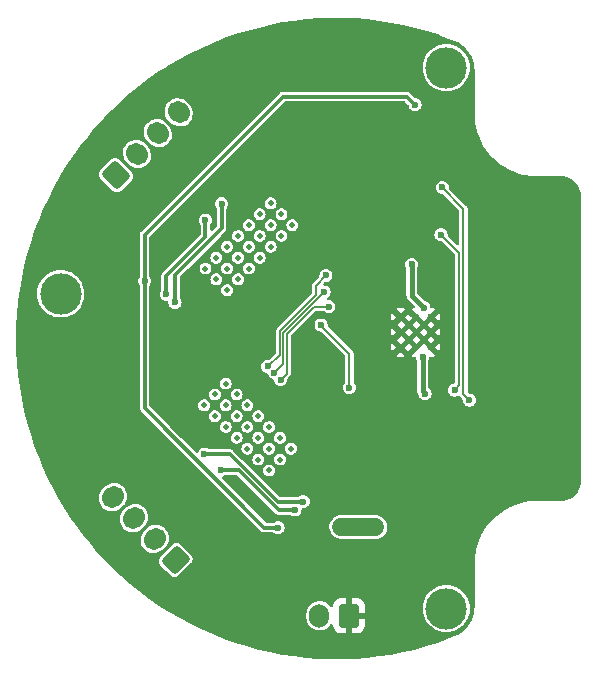
<source format=gbl>
G04 #@! TF.GenerationSoftware,KiCad,Pcbnew,7.0.8-7.0.8~ubuntu22.04.1*
G04 #@! TF.CreationDate,2023-11-03T11:59:51-07:00*
G04 #@! TF.ProjectId,tentacle-board,74656e74-6163-46c6-952d-626f6172642e,REV1*
G04 #@! TF.SameCoordinates,Original*
G04 #@! TF.FileFunction,Copper,L2,Bot*
G04 #@! TF.FilePolarity,Positive*
%FSLAX46Y46*%
G04 Gerber Fmt 4.6, Leading zero omitted, Abs format (unit mm)*
G04 Created by KiCad (PCBNEW 7.0.8-7.0.8~ubuntu22.04.1) date 2023-11-03 11:59:51*
%MOMM*%
%LPD*%
G01*
G04 APERTURE LIST*
G04 Aperture macros list*
%AMRoundRect*
0 Rectangle with rounded corners*
0 $1 Rounding radius*
0 $2 $3 $4 $5 $6 $7 $8 $9 X,Y pos of 4 corners*
0 Add a 4 corners polygon primitive as box body*
4,1,4,$2,$3,$4,$5,$6,$7,$8,$9,$2,$3,0*
0 Add four circle primitives for the rounded corners*
1,1,$1+$1,$2,$3*
1,1,$1+$1,$4,$5*
1,1,$1+$1,$6,$7*
1,1,$1+$1,$8,$9*
0 Add four rect primitives between the rounded corners*
20,1,$1+$1,$2,$3,$4,$5,0*
20,1,$1+$1,$4,$5,$6,$7,0*
20,1,$1+$1,$6,$7,$8,$9,0*
20,1,$1+$1,$8,$9,$2,$3,0*%
%AMHorizOval*
0 Thick line with rounded ends*
0 $1 width*
0 $2 $3 position (X,Y) of the first rounded end (center of the circle)*
0 $4 $5 position (X,Y) of the second rounded end (center of the circle)*
0 Add line between two ends*
20,1,$1,$2,$3,$4,$5,0*
0 Add two circle primitives to create the rounded ends*
1,1,$1,$2,$3*
1,1,$1,$4,$5*%
G04 Aperture macros list end*
G04 #@! TA.AperFunction,ComponentPad*
%ADD10C,0.600000*%
G04 #@! TD*
G04 #@! TA.AperFunction,ComponentPad*
%ADD11C,2.600000*%
G04 #@! TD*
G04 #@! TA.AperFunction,ConnectorPad*
%ADD12C,3.500000*%
G04 #@! TD*
G04 #@! TA.AperFunction,ComponentPad*
%ADD13RoundRect,0.250000X0.936916X0.088388X0.088388X0.936916X-0.936916X-0.088388X-0.088388X-0.936916X0*%
G04 #@! TD*
G04 #@! TA.AperFunction,ComponentPad*
%ADD14HorizOval,1.700000X0.088388X0.088388X-0.088388X-0.088388X0*%
G04 #@! TD*
G04 #@! TA.AperFunction,ComponentPad*
%ADD15RoundRect,0.250000X0.088388X-0.936916X0.936916X-0.088388X-0.088388X0.936916X-0.936916X0.088388X0*%
G04 #@! TD*
G04 #@! TA.AperFunction,ComponentPad*
%ADD16HorizOval,1.700000X-0.088388X0.088388X0.088388X-0.088388X0*%
G04 #@! TD*
G04 #@! TA.AperFunction,ComponentPad*
%ADD17C,0.500000*%
G04 #@! TD*
G04 #@! TA.AperFunction,ComponentPad*
%ADD18RoundRect,0.250000X0.600000X0.750000X-0.600000X0.750000X-0.600000X-0.750000X0.600000X-0.750000X0*%
G04 #@! TD*
G04 #@! TA.AperFunction,ComponentPad*
%ADD19O,1.700000X2.000000*%
G04 #@! TD*
G04 #@! TA.AperFunction,ViaPad*
%ADD20C,0.600000*%
G04 #@! TD*
G04 #@! TA.AperFunction,Conductor*
%ADD21C,0.400000*%
G04 #@! TD*
G04 #@! TA.AperFunction,Conductor*
%ADD22C,1.500000*%
G04 #@! TD*
G04 #@! TA.AperFunction,Conductor*
%ADD23C,0.200000*%
G04 #@! TD*
G04 #@! TA.AperFunction,Conductor*
%ADD24C,0.150000*%
G04 #@! TD*
G04 #@! TA.AperFunction,Conductor*
%ADD25C,0.300000*%
G04 #@! TD*
G04 APERTURE END LIST*
D10*
X124165000Y-91887500D03*
X124165000Y-93162500D03*
X124165000Y-94437500D03*
X125440000Y-91887500D03*
X125440000Y-93162500D03*
X125440000Y-94437500D03*
X126715000Y-91887500D03*
X126715000Y-93162500D03*
X126715000Y-94437500D03*
D11*
X128040000Y-116550000D03*
D12*
X128040000Y-116550000D03*
D11*
X95390000Y-89900000D03*
D12*
X95390000Y-89900000D03*
D11*
X128040000Y-70750000D03*
D12*
X128040000Y-70750000D03*
D13*
X105119999Y-112421793D03*
D14*
X103352232Y-110654026D03*
X101584465Y-108886259D03*
X99816698Y-107118492D03*
D15*
X100081859Y-79841859D03*
D16*
X101849626Y-78074092D03*
X103617393Y-76306325D03*
X105385160Y-74538558D03*
D17*
X111324864Y-85922973D03*
X112244103Y-85003734D03*
X113163342Y-84084495D03*
X114082580Y-83165257D03*
X110405625Y-86842212D03*
X109486386Y-87761451D03*
X108567148Y-88680689D03*
X113163342Y-82246018D03*
X115001819Y-84084495D03*
X112244103Y-83165257D03*
X114082580Y-85003734D03*
X113163342Y-85922973D03*
X111324864Y-84084495D03*
X110405625Y-85003734D03*
X112244103Y-86842212D03*
X109486386Y-85922973D03*
X111324864Y-87761451D03*
X108567148Y-86842212D03*
X110405625Y-88680689D03*
X107647909Y-87761451D03*
X109486386Y-89599928D03*
X111201117Y-101178795D03*
X110281878Y-100259556D03*
X109362639Y-99340317D03*
X108443401Y-98421079D03*
X112120356Y-102098034D03*
X113039595Y-103017273D03*
X113958833Y-103936511D03*
X107524162Y-99340317D03*
X109362639Y-97501840D03*
X108443401Y-100259556D03*
X110281878Y-98421079D03*
X111201117Y-99340317D03*
X109362639Y-101178795D03*
X110281878Y-102098034D03*
X112120356Y-100259556D03*
X111201117Y-103017273D03*
X113039595Y-101178795D03*
X112120356Y-103936511D03*
X113958833Y-102098034D03*
X113039595Y-104855750D03*
X114878072Y-103017273D03*
D18*
X119790000Y-117150000D03*
D19*
X117290000Y-117150000D03*
D20*
X118614500Y-85200000D03*
X123590000Y-117800000D03*
X107240000Y-81900000D03*
X113690000Y-111600000D03*
X136990000Y-105500000D03*
X100740000Y-82200000D03*
X109440000Y-92550000D03*
X105440000Y-77650000D03*
X128390000Y-87300000D03*
X107640000Y-111750000D03*
X117890000Y-103150000D03*
X103990000Y-108300000D03*
X113740000Y-114950000D03*
X126790000Y-100950000D03*
X104240000Y-78750000D03*
X104490000Y-94100000D03*
X132975000Y-95700000D03*
X119690000Y-89400000D03*
X125290000Y-84300000D03*
X110240000Y-112650000D03*
X123490000Y-119700000D03*
X117290000Y-69600000D03*
X131090000Y-88050000D03*
X102940000Y-79900000D03*
X98690000Y-100300000D03*
X122890000Y-74300000D03*
X117740000Y-105400000D03*
X105990000Y-91400000D03*
X105090000Y-109400000D03*
X112690000Y-116700000D03*
X95990000Y-100350000D03*
X102890000Y-107300000D03*
X121690000Y-117150000D03*
X130090000Y-82900000D03*
X108890000Y-95200000D03*
X118790000Y-78800000D03*
X100490000Y-104600000D03*
X95590000Y-87250000D03*
X117090000Y-83700000D03*
X111790000Y-94400000D03*
X107090000Y-105300000D03*
X119390000Y-67300000D03*
X136990000Y-87900000D03*
X107790000Y-75250000D03*
X119740000Y-115000000D03*
X113440000Y-72850000D03*
X97640000Y-98800000D03*
X118140000Y-94600000D03*
X121040000Y-69600000D03*
X94990000Y-95350000D03*
X99440000Y-98800000D03*
X122790000Y-67700000D03*
X101340000Y-95850000D03*
X121490000Y-105600000D03*
X112090000Y-70750000D03*
X125820994Y-100944490D03*
X99890000Y-89400000D03*
X110390000Y-74450000D03*
X118690000Y-100700000D03*
X122190000Y-77650000D03*
X99790000Y-85000000D03*
X122040000Y-109650000D03*
X119140000Y-109650000D03*
X125114500Y-87400000D03*
X126039970Y-95262500D03*
X126140000Y-91062500D03*
X126240000Y-98362500D03*
X117440000Y-92550000D03*
X119840000Y-97850000D03*
X114019122Y-97179122D03*
X118090000Y-91000000D03*
X113469622Y-96588404D03*
X117690000Y-89750000D03*
X117840000Y-88350000D03*
X112920122Y-96038904D03*
X129990000Y-98900000D03*
X127690000Y-80900000D03*
X128739312Y-98050688D03*
X127590000Y-84900000D03*
X108919417Y-104838648D03*
X115213948Y-108196830D03*
X104324497Y-89953470D03*
X107647893Y-83660230D03*
X125390000Y-73900000D03*
X113790000Y-109700000D03*
X102490000Y-88800000D03*
X109026747Y-82281365D03*
X105066955Y-90625224D03*
X107559517Y-103476892D03*
X115921055Y-107489723D03*
D21*
X124165000Y-91887500D02*
X125440000Y-93162500D01*
X124165000Y-94437500D02*
X125440000Y-93162500D01*
X124165000Y-93162500D02*
X125440000Y-91887500D01*
X124165000Y-93162500D02*
X125440000Y-94437500D01*
X125440000Y-91887500D02*
X126715000Y-93162500D01*
X125440000Y-94437500D02*
X126715000Y-93162500D01*
X125440000Y-93162500D02*
X126715000Y-91887500D01*
X125440000Y-93162500D02*
X126715000Y-94437500D01*
D22*
X119140000Y-109650000D02*
X122040000Y-109650000D01*
D21*
X125114500Y-90047000D02*
X126130000Y-91062500D01*
X126030000Y-98152500D02*
X126030000Y-95272470D01*
X126030000Y-95272470D02*
X126039970Y-95262500D01*
X126240000Y-98362500D02*
X126030000Y-98152500D01*
X126130000Y-91062500D02*
X126140000Y-91062500D01*
X125114500Y-87400000D02*
X125114500Y-90047000D01*
D23*
X119840000Y-95000000D02*
X117440000Y-92600000D01*
X117490000Y-92550000D02*
X117490000Y-92550000D01*
X117440000Y-92550000D02*
X117490000Y-92550000D01*
X119840000Y-97850000D02*
X119840000Y-95000000D01*
X117440000Y-92600000D02*
X117440000Y-92550000D01*
D24*
X114540000Y-93324264D02*
X116864264Y-91000000D01*
X114019122Y-97179122D02*
X114540000Y-96658244D01*
X116864264Y-91000000D02*
X118090000Y-91000000D01*
X114540000Y-96658244D02*
X114540000Y-93324264D01*
X114240000Y-95818026D02*
X114240000Y-93200000D01*
X114240000Y-93200000D02*
X117690000Y-89750000D01*
X113469622Y-96588404D02*
X114240000Y-95818026D01*
X113940000Y-95050000D02*
X113940000Y-93075736D01*
X112951096Y-96038904D02*
X113940000Y-95050000D01*
X116990000Y-90025736D02*
X116990000Y-89200000D01*
X113940000Y-93075736D02*
X116990000Y-90025736D01*
X116990000Y-89200000D02*
X117840000Y-88350000D01*
X112920122Y-96038904D02*
X112951096Y-96038904D01*
D23*
X129490000Y-82700000D02*
X127690000Y-80900000D01*
X129490000Y-98400000D02*
X129490000Y-82700000D01*
X129990000Y-98900000D02*
X129490000Y-98400000D01*
X127590000Y-84900000D02*
X129140000Y-86450000D01*
X129140000Y-97650000D02*
X128739312Y-98050688D01*
X129140000Y-86450000D02*
X129140000Y-97650000D01*
D25*
X113835090Y-108196830D02*
X115213948Y-108196830D01*
X108919417Y-104838648D02*
X110476908Y-104838648D01*
X110476908Y-104838648D02*
X113835090Y-108196830D01*
X104324493Y-88397832D02*
X107647896Y-85074441D01*
X107647896Y-85074441D02*
X107647893Y-83660230D01*
X104324497Y-89953470D02*
X104324493Y-88397832D01*
X112640000Y-109700000D02*
X113790000Y-109700000D01*
X125390000Y-73900000D02*
X124690000Y-73200000D01*
X114190000Y-73200000D02*
X102490000Y-84900000D01*
X124690000Y-73200000D02*
X114190000Y-73200000D01*
X102490000Y-88800000D02*
X102490000Y-99550000D01*
X102490000Y-84900000D02*
X102490000Y-88800000D01*
X102490000Y-99550000D02*
X112640000Y-109700000D01*
X109026756Y-84331976D02*
X109026747Y-82281365D01*
X105066964Y-88291779D02*
X109026756Y-84331976D01*
X105066955Y-90625224D02*
X105066964Y-88291779D01*
X109751548Y-103476892D02*
X107559517Y-103476892D01*
X115921055Y-107489723D02*
X113764379Y-107489723D01*
X113764379Y-107489723D02*
X109751548Y-103476892D01*
G04 #@! TA.AperFunction,Conductor*
G36*
X119273929Y-66544437D02*
G01*
X120300779Y-66583615D01*
X121325410Y-66661625D01*
X122346355Y-66778357D01*
X123362151Y-66933643D01*
X124371343Y-67127260D01*
X125372484Y-67358930D01*
X126364140Y-67628323D01*
X127337112Y-67932619D01*
X127341331Y-67934107D01*
X127598947Y-68035592D01*
X128673277Y-68458812D01*
X128673281Y-68458815D01*
X128727865Y-68480318D01*
X128730957Y-68481634D01*
X128992960Y-68601674D01*
X128998916Y-68604805D01*
X129244908Y-68751694D01*
X129250486Y-68755450D01*
X129479097Y-68928160D01*
X129484229Y-68932494D01*
X129692755Y-69128981D01*
X129697391Y-69133851D01*
X129814502Y-69271089D01*
X129883366Y-69351787D01*
X129887446Y-69357130D01*
X129997513Y-69518794D01*
X130048690Y-69593962D01*
X130052175Y-69599731D01*
X130186770Y-69852644D01*
X130189605Y-69858749D01*
X130281084Y-70087533D01*
X130295972Y-70124767D01*
X130298131Y-70131152D01*
X130375018Y-70407152D01*
X130376471Y-70413733D01*
X130422963Y-70696420D01*
X130423694Y-70703121D01*
X130439408Y-70992132D01*
X130439499Y-70995498D01*
X130439499Y-71050147D01*
X130439500Y-71050160D01*
X130439500Y-74869228D01*
X130475708Y-75306194D01*
X130498865Y-75444967D01*
X130547876Y-75738674D01*
X130649268Y-76139061D01*
X130655514Y-76163725D01*
X130797881Y-76578427D01*
X130974008Y-76979955D01*
X130974008Y-76979954D01*
X131182692Y-77365569D01*
X131422505Y-77732629D01*
X131495076Y-77825868D01*
X131691815Y-78078638D01*
X131988776Y-78401224D01*
X132311362Y-78698185D01*
X132474272Y-78824983D01*
X132657371Y-78967495D01*
X133024431Y-79207308D01*
X133410046Y-79415992D01*
X133410045Y-79415992D01*
X133811573Y-79592119D01*
X134226275Y-79734486D01*
X134226279Y-79734487D01*
X134226282Y-79734488D01*
X134651326Y-79842124D01*
X134867566Y-79878208D01*
X135083806Y-79914292D01*
X135229461Y-79926361D01*
X135520770Y-79950500D01*
X135683827Y-79950500D01*
X137692405Y-79950500D01*
X137737786Y-79950500D01*
X137742208Y-79950657D01*
X137973020Y-79967165D01*
X137990529Y-79969683D01*
X138210144Y-80017458D01*
X138227103Y-80022437D01*
X138437694Y-80100983D01*
X138453777Y-80108327D01*
X138628298Y-80203624D01*
X138651036Y-80216040D01*
X138665919Y-80225605D01*
X138845836Y-80360289D01*
X138859207Y-80371875D01*
X139018124Y-80530792D01*
X139029710Y-80544163D01*
X139164394Y-80724080D01*
X139173959Y-80738963D01*
X139281669Y-80936217D01*
X139289019Y-80952311D01*
X139367559Y-81162887D01*
X139372543Y-81179862D01*
X139420316Y-81399470D01*
X139422834Y-81416982D01*
X139439342Y-81647789D01*
X139439500Y-81652213D01*
X139439500Y-105695984D01*
X139439499Y-105696002D01*
X139439499Y-105745540D01*
X139439341Y-105749966D01*
X139422815Y-105980937D01*
X139420294Y-105998462D01*
X139372457Y-106218221D01*
X139367465Y-106235209D01*
X139288818Y-106445909D01*
X139281458Y-106462012D01*
X139173605Y-106659362D01*
X139164027Y-106674253D01*
X139029163Y-106854236D01*
X139017561Y-106867611D01*
X138858438Y-107026551D01*
X138845049Y-107038137D01*
X138664918Y-107172789D01*
X138650017Y-107182350D01*
X138452541Y-107289977D01*
X138436428Y-107297319D01*
X138225634Y-107375724D01*
X138208642Y-107380696D01*
X137988831Y-107428281D01*
X137971303Y-107430782D01*
X137739613Y-107447092D01*
X137735186Y-107447245D01*
X137686008Y-107447188D01*
X137685980Y-107447190D01*
X135787473Y-107445057D01*
X135787466Y-107445054D01*
X135516773Y-107444759D01*
X135516772Y-107444759D01*
X135516766Y-107444759D01*
X135210646Y-107469797D01*
X135079449Y-107480528D01*
X134646592Y-107552312D01*
X134361245Y-107624284D01*
X134221140Y-107659623D01*
X133806014Y-107801725D01*
X133746915Y-107827590D01*
X133404055Y-107977643D01*
X133404054Y-107977643D01*
X133018001Y-108186181D01*
X132650497Y-108425912D01*
X132504409Y-108539465D01*
X132304070Y-108695186D01*
X131981075Y-108992171D01*
X131683733Y-109314828D01*
X131414071Y-109660951D01*
X131173933Y-110028179D01*
X131003489Y-110342865D01*
X130964960Y-110413999D01*
X130879119Y-110609540D01*
X130788590Y-110815760D01*
X130646022Y-111230727D01*
X130545491Y-111627418D01*
X130538232Y-111656060D01*
X130524748Y-111736805D01*
X130465962Y-112088837D01*
X130429702Y-112526108D01*
X130429697Y-112684803D01*
X130429696Y-112684823D01*
X130429696Y-116384715D01*
X130429604Y-116388085D01*
X130413941Y-116675934D01*
X130413209Y-116682636D01*
X130366681Y-116965420D01*
X130365226Y-116972003D01*
X130288294Y-117248057D01*
X130286134Y-117254444D01*
X130179700Y-117520527D01*
X130176860Y-117526642D01*
X130042180Y-117779613D01*
X130038693Y-117785384D01*
X129877365Y-118022241D01*
X129873272Y-118027599D01*
X129687194Y-118245558D01*
X129682544Y-118250440D01*
X129473920Y-118446919D01*
X129468768Y-118451268D01*
X129240054Y-118623951D01*
X129234461Y-118627715D01*
X128988358Y-118774566D01*
X128982389Y-118777701D01*
X128720191Y-118897720D01*
X128717089Y-118899039D01*
X127333923Y-119443361D01*
X127329706Y-119444847D01*
X126356634Y-119748868D01*
X125364900Y-120017975D01*
X124363692Y-120249358D01*
X123354445Y-120442684D01*
X122338604Y-120597677D01*
X121317626Y-120714114D01*
X120292972Y-120791830D01*
X119266111Y-120830712D01*
X118238514Y-120830705D01*
X117211654Y-120791809D01*
X116187001Y-120714079D01*
X115166024Y-120597627D01*
X114150185Y-120442620D01*
X113140941Y-120249280D01*
X112139736Y-120017884D01*
X111148006Y-119748763D01*
X110167171Y-119442303D01*
X109198636Y-119098943D01*
X108243790Y-118719175D01*
X107304000Y-118303544D01*
X106380612Y-117852643D01*
X105474951Y-117367121D01*
X105449867Y-117352425D01*
X116189500Y-117352425D01*
X116204472Y-117509218D01*
X116263684Y-117710875D01*
X116332322Y-117844015D01*
X116359991Y-117897686D01*
X116489905Y-118062883D01*
X116489909Y-118062887D01*
X116648746Y-118200521D01*
X116830750Y-118305601D01*
X116830752Y-118305601D01*
X116830756Y-118305604D01*
X117029367Y-118374344D01*
X117237398Y-118404254D01*
X117447330Y-118394254D01*
X117651576Y-118344704D01*
X117737199Y-118305601D01*
X117842743Y-118257401D01*
X117842746Y-118257399D01*
X117842753Y-118257396D01*
X118013952Y-118135486D01*
X118083179Y-118062883D01*
X118158984Y-117983380D01*
X118158983Y-117983380D01*
X118158986Y-117983378D01*
X118212755Y-117899712D01*
X118265557Y-117853959D01*
X118334715Y-117844015D01*
X118398271Y-117873040D01*
X118436046Y-117931818D01*
X118440427Y-117954151D01*
X118450494Y-118052697D01*
X118505641Y-118219119D01*
X118505643Y-118219124D01*
X118597684Y-118368345D01*
X118721654Y-118492315D01*
X118870875Y-118584356D01*
X118870880Y-118584358D01*
X119037302Y-118639505D01*
X119037309Y-118639506D01*
X119140019Y-118649999D01*
X119539999Y-118649999D01*
X119540000Y-118649998D01*
X119540000Y-117585501D01*
X119647685Y-117634680D01*
X119754237Y-117650000D01*
X119825763Y-117650000D01*
X119932315Y-117634680D01*
X120040000Y-117585501D01*
X120040000Y-118649999D01*
X120439972Y-118649999D01*
X120439986Y-118649998D01*
X120542697Y-118639505D01*
X120709119Y-118584358D01*
X120709124Y-118584356D01*
X120858345Y-118492315D01*
X120982315Y-118368345D01*
X121074356Y-118219124D01*
X121074358Y-118219119D01*
X121129505Y-118052697D01*
X121129506Y-118052690D01*
X121139999Y-117949986D01*
X121140000Y-117949973D01*
X121140000Y-117400000D01*
X120223686Y-117400000D01*
X120249493Y-117359844D01*
X120290000Y-117221889D01*
X120290000Y-117078111D01*
X120249493Y-116940156D01*
X120223686Y-116900000D01*
X121139999Y-116900000D01*
X121139999Y-116550001D01*
X126034390Y-116550001D01*
X126054804Y-116835433D01*
X126115628Y-117115037D01*
X126115630Y-117115043D01*
X126115631Y-117115046D01*
X126215633Y-117383161D01*
X126215635Y-117383166D01*
X126352770Y-117634309D01*
X126352775Y-117634317D01*
X126524254Y-117863387D01*
X126524270Y-117863405D01*
X126726594Y-118065729D01*
X126726612Y-118065745D01*
X126955682Y-118237224D01*
X126955690Y-118237229D01*
X127206833Y-118374364D01*
X127206832Y-118374364D01*
X127206836Y-118374365D01*
X127206839Y-118374367D01*
X127474954Y-118474369D01*
X127474960Y-118474370D01*
X127474962Y-118474371D01*
X127754566Y-118535195D01*
X127754568Y-118535195D01*
X127754572Y-118535196D01*
X128008220Y-118553337D01*
X128039999Y-118555610D01*
X128040000Y-118555610D01*
X128040001Y-118555610D01*
X128068595Y-118553564D01*
X128325428Y-118535196D01*
X128522550Y-118492315D01*
X128605037Y-118474371D01*
X128605037Y-118474370D01*
X128605046Y-118474369D01*
X128873161Y-118374367D01*
X129124315Y-118237226D01*
X129353395Y-118065739D01*
X129555739Y-117863395D01*
X129727226Y-117634315D01*
X129864367Y-117383161D01*
X129964369Y-117115046D01*
X130011149Y-116900000D01*
X130025195Y-116835433D01*
X130025195Y-116835432D01*
X130025196Y-116835428D01*
X130045610Y-116550000D01*
X130025196Y-116264572D01*
X130019223Y-116237116D01*
X129964371Y-115984962D01*
X129964370Y-115984960D01*
X129964369Y-115984954D01*
X129864367Y-115716839D01*
X129727226Y-115465685D01*
X129690573Y-115416722D01*
X129555745Y-115236612D01*
X129555729Y-115236594D01*
X129353405Y-115034270D01*
X129353387Y-115034254D01*
X129124317Y-114862775D01*
X129124309Y-114862770D01*
X128873166Y-114725635D01*
X128873167Y-114725635D01*
X128765915Y-114685632D01*
X128605046Y-114625631D01*
X128605043Y-114625630D01*
X128605037Y-114625628D01*
X128325433Y-114564804D01*
X128040001Y-114544390D01*
X128039999Y-114544390D01*
X127754566Y-114564804D01*
X127474962Y-114625628D01*
X127206833Y-114725635D01*
X126955690Y-114862770D01*
X126955682Y-114862775D01*
X126726612Y-115034254D01*
X126726594Y-115034270D01*
X126524270Y-115236594D01*
X126524254Y-115236612D01*
X126352775Y-115465682D01*
X126352770Y-115465690D01*
X126215635Y-115716833D01*
X126115628Y-115984962D01*
X126054804Y-116264566D01*
X126034390Y-116549998D01*
X126034390Y-116550001D01*
X121139999Y-116550001D01*
X121139999Y-116350028D01*
X121139998Y-116350013D01*
X121129505Y-116247302D01*
X121074358Y-116080880D01*
X121074356Y-116080875D01*
X120982315Y-115931654D01*
X120858345Y-115807684D01*
X120709124Y-115715643D01*
X120709119Y-115715641D01*
X120542697Y-115660494D01*
X120542690Y-115660493D01*
X120439986Y-115650000D01*
X120040000Y-115650000D01*
X120040000Y-116714498D01*
X119932315Y-116665320D01*
X119825763Y-116650000D01*
X119754237Y-116650000D01*
X119647685Y-116665320D01*
X119540000Y-116714498D01*
X119540000Y-115650000D01*
X119140028Y-115650000D01*
X119140012Y-115650001D01*
X119037302Y-115660494D01*
X118870880Y-115715641D01*
X118870875Y-115715643D01*
X118721654Y-115807684D01*
X118597684Y-115931654D01*
X118505643Y-116080875D01*
X118505641Y-116080880D01*
X118450494Y-116247302D01*
X118450493Y-116247309D01*
X118441159Y-116338675D01*
X118414763Y-116403367D01*
X118357582Y-116443518D01*
X118287771Y-116446381D01*
X118227494Y-116411047D01*
X118220331Y-116402724D01*
X118090094Y-116237116D01*
X118090090Y-116237112D01*
X117931253Y-116099478D01*
X117749249Y-115994398D01*
X117749245Y-115994396D01*
X117749244Y-115994396D01*
X117550633Y-115925656D01*
X117342602Y-115895746D01*
X117342598Y-115895746D01*
X117132672Y-115905745D01*
X116928421Y-115955296D01*
X116928417Y-115955298D01*
X116737256Y-116042598D01*
X116737251Y-116042601D01*
X116566046Y-116164515D01*
X116566040Y-116164520D01*
X116421014Y-116316620D01*
X116307388Y-116493425D01*
X116229274Y-116688544D01*
X116200965Y-116835428D01*
X116189500Y-116894915D01*
X116189500Y-117352425D01*
X105449867Y-117352425D01*
X104588312Y-116847672D01*
X103721968Y-116295040D01*
X102877158Y-115710017D01*
X102055093Y-115093442D01*
X101256951Y-114446198D01*
X100483876Y-113769212D01*
X99736976Y-113063454D01*
X99194159Y-112510181D01*
X103677436Y-112510181D01*
X103697916Y-112652638D01*
X103757703Y-112783551D01*
X103757704Y-112783552D01*
X103757705Y-112783554D01*
X103795324Y-112830237D01*
X103795327Y-112830240D01*
X103795332Y-112830246D01*
X104307331Y-113342243D01*
X104711555Y-113746466D01*
X104711559Y-113746469D01*
X104711561Y-113746471D01*
X104758233Y-113784084D01*
X104758236Y-113784085D01*
X104758238Y-113784087D01*
X104889153Y-113843875D01*
X105031610Y-113864356D01*
X105031610Y-113864355D01*
X105031611Y-113864356D01*
X105174068Y-113843875D01*
X105304984Y-113784087D01*
X105351666Y-113746468D01*
X106444672Y-112653460D01*
X106482293Y-112606778D01*
X106542081Y-112475862D01*
X106562562Y-112333405D01*
X106542081Y-112190947D01*
X106482293Y-112060032D01*
X106444674Y-112013349D01*
X106444669Y-112013344D01*
X106444665Y-112013339D01*
X105528446Y-111097123D01*
X105528440Y-111097118D01*
X105528436Y-111097114D01*
X105481764Y-111059501D01*
X105481758Y-111059498D01*
X105350843Y-110999710D01*
X105350844Y-110999710D01*
X105208387Y-110979230D01*
X105065931Y-110999710D01*
X105065927Y-110999711D01*
X104935016Y-111059497D01*
X104935011Y-111059500D01*
X104888336Y-111097114D01*
X104888329Y-111097120D01*
X103795334Y-112190116D01*
X103795323Y-112190128D01*
X103757705Y-112236806D01*
X103697917Y-112367721D01*
X103697916Y-112367725D01*
X103677436Y-112510181D01*
X99194159Y-112510181D01*
X99017319Y-112329935D01*
X98325938Y-111569707D01*
X97663823Y-110783858D01*
X97610991Y-110716107D01*
X102158652Y-110716107D01*
X102173643Y-110925734D01*
X102173644Y-110925744D01*
X102228040Y-111128749D01*
X102228045Y-111128761D01*
X102319870Y-111317791D01*
X102319873Y-111317795D01*
X102445823Y-111486044D01*
X102601339Y-111627418D01*
X102780795Y-111736802D01*
X102780799Y-111736803D01*
X102780800Y-111736804D01*
X102977718Y-111810251D01*
X103184978Y-111845103D01*
X103395089Y-111840101D01*
X103600456Y-111795427D01*
X103793656Y-111712693D01*
X103967709Y-111594891D01*
X104255861Y-111306739D01*
X104356144Y-111185283D01*
X104456867Y-111000821D01*
X104520862Y-110800630D01*
X104545812Y-110591947D01*
X104530820Y-110382311D01*
X104476424Y-110179303D01*
X104476418Y-110179290D01*
X104384593Y-109990260D01*
X104384591Y-109990257D01*
X104258641Y-109822008D01*
X104103125Y-109680634D01*
X104103123Y-109680633D01*
X104103124Y-109680633D01*
X103923668Y-109571249D01*
X103923660Y-109571246D01*
X103726747Y-109497801D01*
X103726738Y-109497799D01*
X103519495Y-109462950D01*
X103519487Y-109462949D01*
X103519486Y-109462949D01*
X103414430Y-109465450D01*
X103309374Y-109467951D01*
X103309366Y-109467952D01*
X103104017Y-109512622D01*
X103104006Y-109512625D01*
X102910810Y-109595357D01*
X102736761Y-109713155D01*
X102736752Y-109713163D01*
X102448606Y-110001309D01*
X102448597Y-110001319D01*
X102348323Y-110122763D01*
X102348322Y-110122764D01*
X102247594Y-110307232D01*
X102183603Y-110507415D01*
X102183601Y-110507425D01*
X102158652Y-110716100D01*
X102158652Y-110716107D01*
X97610991Y-110716107D01*
X97031922Y-109973514D01*
X96431142Y-109139837D01*
X96303868Y-108948340D01*
X100390885Y-108948340D01*
X100405876Y-109157967D01*
X100405877Y-109157977D01*
X100460273Y-109360982D01*
X100460278Y-109360994D01*
X100552103Y-109550024D01*
X100552106Y-109550028D01*
X100678056Y-109718277D01*
X100833572Y-109859651D01*
X101013028Y-109969035D01*
X101013032Y-109969036D01*
X101013033Y-109969037D01*
X101209951Y-110042484D01*
X101417211Y-110077336D01*
X101627322Y-110072334D01*
X101832689Y-110027660D01*
X102025889Y-109944926D01*
X102199942Y-109827124D01*
X102488094Y-109538972D01*
X102584365Y-109422375D01*
X102588373Y-109417521D01*
X102588374Y-109417520D01*
X102588374Y-109417518D01*
X102588377Y-109417516D01*
X102689100Y-109233054D01*
X102753095Y-109032863D01*
X102778045Y-108824180D01*
X102763053Y-108614544D01*
X102708657Y-108411536D01*
X102708651Y-108411523D01*
X102616826Y-108222493D01*
X102603724Y-108204991D01*
X102490874Y-108054241D01*
X102484400Y-108048356D01*
X102406616Y-107977645D01*
X102335358Y-107912867D01*
X102335356Y-107912866D01*
X102335357Y-107912866D01*
X102155901Y-107803482D01*
X102155893Y-107803479D01*
X101958980Y-107730034D01*
X101958971Y-107730032D01*
X101751728Y-107695183D01*
X101751720Y-107695182D01*
X101751719Y-107695182D01*
X101646663Y-107697683D01*
X101541607Y-107700184D01*
X101541599Y-107700185D01*
X101336250Y-107744855D01*
X101336239Y-107744858D01*
X101143043Y-107827590D01*
X100968994Y-107945388D01*
X100968985Y-107945396D01*
X100680839Y-108233542D01*
X100680830Y-108233552D01*
X100580556Y-108354996D01*
X100580555Y-108354997D01*
X100479827Y-108539465D01*
X100415836Y-108739648D01*
X100415834Y-108739658D01*
X100390885Y-108948333D01*
X100390885Y-108948340D01*
X96303868Y-108948340D01*
X95862343Y-108284021D01*
X95326337Y-107407291D01*
X95199258Y-107180573D01*
X98623118Y-107180573D01*
X98638109Y-107390200D01*
X98638110Y-107390210D01*
X98692506Y-107593215D01*
X98692511Y-107593227D01*
X98784336Y-107782257D01*
X98784339Y-107782261D01*
X98910289Y-107950510D01*
X99065805Y-108091884D01*
X99245261Y-108201268D01*
X99245265Y-108201269D01*
X99245266Y-108201270D01*
X99442184Y-108274717D01*
X99649444Y-108309569D01*
X99859555Y-108304567D01*
X100064922Y-108259893D01*
X100258122Y-108177159D01*
X100426132Y-108063447D01*
X100432168Y-108059362D01*
X100432169Y-108059360D01*
X100432175Y-108059357D01*
X100720327Y-107771205D01*
X100806431Y-107666921D01*
X100820606Y-107649754D01*
X100820607Y-107649753D01*
X100820607Y-107649751D01*
X100820610Y-107649749D01*
X100921333Y-107465287D01*
X100985328Y-107265096D01*
X101010278Y-107056413D01*
X100995286Y-106846777D01*
X100940890Y-106643769D01*
X100940884Y-106643756D01*
X100849059Y-106454726D01*
X100833454Y-106433880D01*
X100723107Y-106286474D01*
X100567591Y-106145100D01*
X100567589Y-106145099D01*
X100567590Y-106145099D01*
X100388134Y-106035715D01*
X100388126Y-106035712D01*
X100191213Y-105962267D01*
X100191204Y-105962265D01*
X99983961Y-105927416D01*
X99983953Y-105927415D01*
X99983952Y-105927415D01*
X99878896Y-105929916D01*
X99773840Y-105932417D01*
X99773832Y-105932418D01*
X99568483Y-105977088D01*
X99568472Y-105977091D01*
X99375276Y-106059823D01*
X99201227Y-106177621D01*
X99201218Y-106177629D01*
X98913072Y-106465775D01*
X98913063Y-106465785D01*
X98812789Y-106587229D01*
X98812788Y-106587230D01*
X98712060Y-106771698D01*
X98648069Y-106971881D01*
X98648067Y-106971891D01*
X98623118Y-107180566D01*
X98623118Y-107180573D01*
X95199258Y-107180573D01*
X94823897Y-106510905D01*
X94355740Y-105596146D01*
X93922537Y-104664325D01*
X93524909Y-103716777D01*
X93163425Y-102754859D01*
X92838604Y-101779951D01*
X92550911Y-100793448D01*
X92300758Y-99796764D01*
X92088504Y-98791328D01*
X91914452Y-97778578D01*
X91778852Y-96759968D01*
X91681898Y-95736955D01*
X91623729Y-94711006D01*
X91604429Y-93683590D01*
X91624025Y-92656180D01*
X91682489Y-91630248D01*
X91779738Y-90607263D01*
X91874098Y-89900001D01*
X93384390Y-89900001D01*
X93404804Y-90185433D01*
X93465628Y-90465037D01*
X93465630Y-90465043D01*
X93465631Y-90465046D01*
X93541027Y-90667190D01*
X93565635Y-90733166D01*
X93702768Y-90984305D01*
X93702775Y-90984317D01*
X93874254Y-91213387D01*
X93874270Y-91213405D01*
X94076594Y-91415729D01*
X94076612Y-91415745D01*
X94305682Y-91587224D01*
X94305690Y-91587229D01*
X94556833Y-91724364D01*
X94556832Y-91724364D01*
X94556836Y-91724365D01*
X94556839Y-91724367D01*
X94824954Y-91824369D01*
X94824960Y-91824370D01*
X94824962Y-91824371D01*
X95104566Y-91885195D01*
X95104568Y-91885195D01*
X95104572Y-91885196D01*
X95358220Y-91903337D01*
X95389999Y-91905610D01*
X95390000Y-91905610D01*
X95390001Y-91905610D01*
X95418595Y-91903564D01*
X95675428Y-91885196D01*
X95864041Y-91844166D01*
X95955037Y-91824371D01*
X95955037Y-91824370D01*
X95955046Y-91824369D01*
X96223161Y-91724367D01*
X96474315Y-91587226D01*
X96703395Y-91415739D01*
X96905739Y-91213395D01*
X97077226Y-90984315D01*
X97077229Y-90984309D01*
X97077232Y-90984305D01*
X97214364Y-90733166D01*
X97214367Y-90733161D01*
X97314369Y-90465046D01*
X97345122Y-90323676D01*
X97375195Y-90185433D01*
X97375195Y-90185432D01*
X97375196Y-90185428D01*
X97395610Y-89900000D01*
X97393700Y-89873301D01*
X97379578Y-89675845D01*
X97375196Y-89614572D01*
X97373007Y-89604511D01*
X97314371Y-89334962D01*
X97314370Y-89334960D01*
X97314369Y-89334954D01*
X97214367Y-89066839D01*
X97172234Y-88989679D01*
X97077229Y-88815690D01*
X97077224Y-88815682D01*
X97065485Y-88800000D01*
X101934750Y-88800000D01*
X101953670Y-88943708D01*
X101953671Y-88943712D01*
X102003958Y-89065117D01*
X102009139Y-89077625D01*
X102057494Y-89140642D01*
X102063875Y-89148957D01*
X102089070Y-89214125D01*
X102089500Y-89224444D01*
X102089500Y-99613429D01*
X102089501Y-99613439D01*
X102096346Y-99634507D01*
X102100887Y-99653418D01*
X102104354Y-99675304D01*
X102104355Y-99675307D01*
X102114412Y-99695045D01*
X102121857Y-99713018D01*
X102128704Y-99734090D01*
X102141726Y-99752014D01*
X102151890Y-99768600D01*
X102161950Y-99788342D01*
X102182864Y-99809256D01*
X102182893Y-99809287D01*
X112380986Y-110007380D01*
X112381006Y-110007398D01*
X112401658Y-110028050D01*
X112421398Y-110038108D01*
X112437987Y-110048274D01*
X112455909Y-110061295D01*
X112455910Y-110061295D01*
X112455911Y-110061296D01*
X112476980Y-110068142D01*
X112494949Y-110075584D01*
X112514696Y-110085646D01*
X112536582Y-110089112D01*
X112555497Y-110093653D01*
X112576567Y-110100500D01*
X112608481Y-110100500D01*
X113365554Y-110100500D01*
X113432593Y-110120185D01*
X113441040Y-110126124D01*
X113490582Y-110164139D01*
X113512375Y-110180861D01*
X113646291Y-110236330D01*
X113773280Y-110253048D01*
X113789999Y-110255250D01*
X113790000Y-110255250D01*
X113790001Y-110255250D01*
X113804977Y-110253278D01*
X113933709Y-110236330D01*
X114067625Y-110180861D01*
X114182621Y-110092621D01*
X114270861Y-109977625D01*
X114326330Y-109843709D01*
X114345127Y-109700936D01*
X118135631Y-109700936D01*
X118166442Y-109902063D01*
X118166445Y-109902075D01*
X118237111Y-110092881D01*
X118237113Y-110092884D01*
X118237114Y-110092887D01*
X118257831Y-110126124D01*
X118344745Y-110265567D01*
X118344749Y-110265572D01*
X118455714Y-110382307D01*
X118484941Y-110413053D01*
X118613344Y-110502424D01*
X118651949Y-110529294D01*
X118651950Y-110529294D01*
X118651951Y-110529295D01*
X118838942Y-110609540D01*
X119038259Y-110650500D01*
X122090743Y-110650500D01*
X122242439Y-110635074D01*
X122436579Y-110574162D01*
X122436580Y-110574161D01*
X122436588Y-110574159D01*
X122614502Y-110475409D01*
X122768895Y-110342866D01*
X122893448Y-110181958D01*
X122983060Y-109999271D01*
X123034063Y-109802285D01*
X123044369Y-109599064D01*
X123013556Y-109397929D01*
X122952495Y-109233058D01*
X122942888Y-109207118D01*
X122942887Y-109207117D01*
X122942886Y-109207113D01*
X122835252Y-109034429D01*
X122695059Y-108886947D01*
X122596587Y-108818409D01*
X122528050Y-108770705D01*
X122341056Y-108690459D01*
X122141741Y-108649500D01*
X119089258Y-108649500D01*
X119089257Y-108649500D01*
X118937560Y-108664925D01*
X118743420Y-108725837D01*
X118743405Y-108725844D01*
X118565500Y-108824589D01*
X118565495Y-108824592D01*
X118411106Y-108957132D01*
X118411104Y-108957134D01*
X118286554Y-109118037D01*
X118286553Y-109118040D01*
X118196940Y-109300728D01*
X118145937Y-109497714D01*
X118135631Y-109700936D01*
X114345127Y-109700936D01*
X114345250Y-109700000D01*
X114326330Y-109556291D01*
X114270861Y-109422375D01*
X114182621Y-109307379D01*
X114067625Y-109219139D01*
X114067624Y-109219138D01*
X114067622Y-109219137D01*
X113933712Y-109163671D01*
X113933710Y-109163670D01*
X113933709Y-109163670D01*
X113861854Y-109154210D01*
X113790001Y-109144750D01*
X113789999Y-109144750D01*
X113646291Y-109163670D01*
X113646287Y-109163671D01*
X113512376Y-109219138D01*
X113512374Y-109219139D01*
X113441040Y-109273876D01*
X113375871Y-109299070D01*
X113365554Y-109299500D01*
X112857255Y-109299500D01*
X112790216Y-109279815D01*
X112769574Y-109263181D01*
X109065830Y-105559437D01*
X109032345Y-105498114D01*
X109037329Y-105428422D01*
X109079201Y-105372489D01*
X109106059Y-105357195D01*
X109121314Y-105350875D01*
X109197042Y-105319509D01*
X109243697Y-105283708D01*
X109268377Y-105264772D01*
X109333546Y-105239578D01*
X109343863Y-105239148D01*
X110259653Y-105239148D01*
X110326692Y-105258833D01*
X110347334Y-105275467D01*
X113576315Y-108504449D01*
X113576337Y-108504469D01*
X113596748Y-108524880D01*
X113616479Y-108534933D01*
X113633066Y-108545096D01*
X113651001Y-108558127D01*
X113672075Y-108564974D01*
X113690043Y-108572416D01*
X113709786Y-108582476D01*
X113731672Y-108585942D01*
X113750579Y-108590481D01*
X113771657Y-108597330D01*
X113803571Y-108597330D01*
X114789502Y-108597330D01*
X114856541Y-108617015D01*
X114864988Y-108622954D01*
X114899584Y-108649500D01*
X114936323Y-108677691D01*
X115070239Y-108733160D01*
X115197228Y-108749878D01*
X115213947Y-108752080D01*
X115213948Y-108752080D01*
X115213949Y-108752080D01*
X115228925Y-108750108D01*
X115357657Y-108733160D01*
X115491573Y-108677691D01*
X115606569Y-108589451D01*
X115694809Y-108474455D01*
X115750278Y-108340539D01*
X115769198Y-108196830D01*
X115767267Y-108182166D01*
X115778031Y-108113134D01*
X115824409Y-108060877D01*
X115891678Y-108041990D01*
X115906379Y-108043040D01*
X115921055Y-108044973D01*
X116064764Y-108026053D01*
X116198680Y-107970584D01*
X116313676Y-107882344D01*
X116401916Y-107767348D01*
X116457385Y-107633432D01*
X116476305Y-107489723D01*
X116457385Y-107346014D01*
X116401916Y-107212098D01*
X116313676Y-107097102D01*
X116198680Y-107008862D01*
X116198679Y-107008861D01*
X116198677Y-107008860D01*
X116064767Y-106953394D01*
X116064765Y-106953393D01*
X116064764Y-106953393D01*
X115969333Y-106940829D01*
X115921056Y-106934473D01*
X115921054Y-106934473D01*
X115777346Y-106953393D01*
X115777342Y-106953394D01*
X115643431Y-107008861D01*
X115643429Y-107008862D01*
X115572095Y-107063599D01*
X115506926Y-107088793D01*
X115496609Y-107089223D01*
X113981634Y-107089223D01*
X113914595Y-107069538D01*
X113893953Y-107052904D01*
X111696800Y-104855750D01*
X112533948Y-104855750D01*
X112554429Y-104998206D01*
X112614217Y-105129121D01*
X112614218Y-105129123D01*
X112708467Y-105237893D01*
X112829542Y-105315703D01*
X112829545Y-105315704D01*
X112829544Y-105315704D01*
X112967631Y-105356249D01*
X112967633Y-105356250D01*
X112967634Y-105356250D01*
X113111557Y-105356250D01*
X113111557Y-105356249D01*
X113249648Y-105315703D01*
X113370723Y-105237893D01*
X113464972Y-105129123D01*
X113524760Y-104998207D01*
X113545242Y-104855750D01*
X113524760Y-104713293D01*
X113464972Y-104582377D01*
X113370723Y-104473607D01*
X113249648Y-104395797D01*
X113249646Y-104395796D01*
X113249644Y-104395795D01*
X113249645Y-104395795D01*
X113111558Y-104355250D01*
X113111556Y-104355250D01*
X112967634Y-104355250D01*
X112967631Y-104355250D01*
X112829544Y-104395795D01*
X112708468Y-104473606D01*
X112614218Y-104582376D01*
X112614217Y-104582378D01*
X112554429Y-104713293D01*
X112533948Y-104855750D01*
X111696800Y-104855750D01*
X110777561Y-103936511D01*
X111614709Y-103936511D01*
X111635190Y-104078967D01*
X111661648Y-104136901D01*
X111694979Y-104209884D01*
X111789228Y-104318654D01*
X111910303Y-104396464D01*
X111910306Y-104396465D01*
X111910305Y-104396465D01*
X112048392Y-104437010D01*
X112048394Y-104437011D01*
X112048395Y-104437011D01*
X112192318Y-104437011D01*
X112192318Y-104437010D01*
X112330409Y-104396464D01*
X112451484Y-104318654D01*
X112545733Y-104209884D01*
X112605521Y-104078968D01*
X112626003Y-103936511D01*
X113453186Y-103936511D01*
X113473667Y-104078967D01*
X113500125Y-104136901D01*
X113533456Y-104209884D01*
X113627705Y-104318654D01*
X113748780Y-104396464D01*
X113748783Y-104396465D01*
X113748782Y-104396465D01*
X113886869Y-104437010D01*
X113886871Y-104437011D01*
X113886872Y-104437011D01*
X114030795Y-104437011D01*
X114030795Y-104437010D01*
X114168886Y-104396464D01*
X114289961Y-104318654D01*
X114384210Y-104209884D01*
X114443998Y-104078968D01*
X114464480Y-103936511D01*
X114443998Y-103794054D01*
X114384210Y-103663138D01*
X114289961Y-103554368D01*
X114168886Y-103476558D01*
X114168884Y-103476557D01*
X114168882Y-103476556D01*
X114168883Y-103476556D01*
X114030796Y-103436011D01*
X114030794Y-103436011D01*
X113886872Y-103436011D01*
X113886869Y-103436011D01*
X113748782Y-103476556D01*
X113627706Y-103554367D01*
X113533456Y-103663137D01*
X113533455Y-103663139D01*
X113473667Y-103794054D01*
X113453186Y-103936511D01*
X112626003Y-103936511D01*
X112605521Y-103794054D01*
X112545733Y-103663138D01*
X112451484Y-103554368D01*
X112330409Y-103476558D01*
X112330407Y-103476557D01*
X112330405Y-103476556D01*
X112330406Y-103476556D01*
X112192319Y-103436011D01*
X112192317Y-103436011D01*
X112048395Y-103436011D01*
X112048392Y-103436011D01*
X111910305Y-103476556D01*
X111789229Y-103554367D01*
X111694979Y-103663137D01*
X111694978Y-103663139D01*
X111635190Y-103794054D01*
X111614709Y-103936511D01*
X110777561Y-103936511D01*
X110010835Y-103169785D01*
X110010804Y-103169756D01*
X109989890Y-103148842D01*
X109989889Y-103148841D01*
X109970148Y-103138782D01*
X109953562Y-103128618D01*
X109935638Y-103115596D01*
X109935639Y-103115596D01*
X109914566Y-103108749D01*
X109896593Y-103101304D01*
X109876855Y-103091247D01*
X109876852Y-103091246D01*
X109854966Y-103087779D01*
X109836055Y-103083238D01*
X109814987Y-103076393D01*
X109814982Y-103076392D01*
X109814981Y-103076392D01*
X109814977Y-103076392D01*
X107983963Y-103076392D01*
X107916924Y-103056707D01*
X107908477Y-103050768D01*
X107864825Y-103017273D01*
X110695470Y-103017273D01*
X110715951Y-103159729D01*
X110775739Y-103290644D01*
X110775740Y-103290646D01*
X110869989Y-103399416D01*
X110991064Y-103477226D01*
X110991067Y-103477227D01*
X110991066Y-103477227D01*
X111129153Y-103517772D01*
X111129155Y-103517773D01*
X111129156Y-103517773D01*
X111273079Y-103517773D01*
X111273079Y-103517772D01*
X111411170Y-103477226D01*
X111532245Y-103399416D01*
X111626494Y-103290646D01*
X111686282Y-103159730D01*
X111706764Y-103017273D01*
X112533948Y-103017273D01*
X112554429Y-103159729D01*
X112614217Y-103290644D01*
X112614218Y-103290646D01*
X112708467Y-103399416D01*
X112829542Y-103477226D01*
X112829545Y-103477227D01*
X112829544Y-103477227D01*
X112967631Y-103517772D01*
X112967633Y-103517773D01*
X112967634Y-103517773D01*
X113111557Y-103517773D01*
X113111557Y-103517772D01*
X113249648Y-103477226D01*
X113370723Y-103399416D01*
X113464972Y-103290646D01*
X113524760Y-103159730D01*
X113545242Y-103017273D01*
X114372425Y-103017273D01*
X114392906Y-103159729D01*
X114452694Y-103290644D01*
X114452695Y-103290646D01*
X114546944Y-103399416D01*
X114668019Y-103477226D01*
X114668022Y-103477227D01*
X114668021Y-103477227D01*
X114806108Y-103517772D01*
X114806110Y-103517773D01*
X114806111Y-103517773D01*
X114950034Y-103517773D01*
X114950034Y-103517772D01*
X115088125Y-103477226D01*
X115209200Y-103399416D01*
X115303449Y-103290646D01*
X115363237Y-103159730D01*
X115383719Y-103017273D01*
X115363237Y-102874816D01*
X115303449Y-102743900D01*
X115209200Y-102635130D01*
X115088125Y-102557320D01*
X115088123Y-102557319D01*
X115088121Y-102557318D01*
X115088122Y-102557318D01*
X114950035Y-102516773D01*
X114950033Y-102516773D01*
X114806111Y-102516773D01*
X114806108Y-102516773D01*
X114668021Y-102557318D01*
X114546945Y-102635129D01*
X114452695Y-102743899D01*
X114452694Y-102743901D01*
X114392906Y-102874816D01*
X114372425Y-103017273D01*
X113545242Y-103017273D01*
X113524760Y-102874816D01*
X113464972Y-102743900D01*
X113370723Y-102635130D01*
X113249648Y-102557320D01*
X113249646Y-102557319D01*
X113249644Y-102557318D01*
X113249645Y-102557318D01*
X113111558Y-102516773D01*
X113111556Y-102516773D01*
X112967634Y-102516773D01*
X112967631Y-102516773D01*
X112829544Y-102557318D01*
X112708468Y-102635129D01*
X112614218Y-102743899D01*
X112614217Y-102743901D01*
X112554429Y-102874816D01*
X112533948Y-103017273D01*
X111706764Y-103017273D01*
X111686282Y-102874816D01*
X111626494Y-102743900D01*
X111532245Y-102635130D01*
X111411170Y-102557320D01*
X111411168Y-102557319D01*
X111411166Y-102557318D01*
X111411167Y-102557318D01*
X111273080Y-102516773D01*
X111273078Y-102516773D01*
X111129156Y-102516773D01*
X111129153Y-102516773D01*
X110991066Y-102557318D01*
X110869990Y-102635129D01*
X110775740Y-102743899D01*
X110775739Y-102743901D01*
X110715951Y-102874816D01*
X110695470Y-103017273D01*
X107864825Y-103017273D01*
X107837142Y-102996031D01*
X107837140Y-102996030D01*
X107703229Y-102940563D01*
X107703227Y-102940562D01*
X107703226Y-102940562D01*
X107631371Y-102931102D01*
X107559518Y-102921642D01*
X107559516Y-102921642D01*
X107415808Y-102940562D01*
X107415804Y-102940563D01*
X107281894Y-102996029D01*
X107166896Y-103084271D01*
X107078655Y-103199268D01*
X107040426Y-103291563D01*
X106996585Y-103345966D01*
X106930291Y-103368031D01*
X106862592Y-103350752D01*
X106838184Y-103331791D01*
X105604427Y-102098034D01*
X109776231Y-102098034D01*
X109796712Y-102240490D01*
X109856500Y-102371405D01*
X109856501Y-102371407D01*
X109950750Y-102480177D01*
X110071825Y-102557987D01*
X110071828Y-102557988D01*
X110071827Y-102557988D01*
X110209914Y-102598533D01*
X110209916Y-102598534D01*
X110209917Y-102598534D01*
X110353840Y-102598534D01*
X110353840Y-102598533D01*
X110491931Y-102557987D01*
X110613006Y-102480177D01*
X110707255Y-102371407D01*
X110767043Y-102240491D01*
X110787525Y-102098034D01*
X111614709Y-102098034D01*
X111635190Y-102240490D01*
X111694978Y-102371405D01*
X111694979Y-102371407D01*
X111789228Y-102480177D01*
X111910303Y-102557987D01*
X111910306Y-102557988D01*
X111910305Y-102557988D01*
X112048392Y-102598533D01*
X112048394Y-102598534D01*
X112048395Y-102598534D01*
X112192318Y-102598534D01*
X112192318Y-102598533D01*
X112330409Y-102557987D01*
X112451484Y-102480177D01*
X112545733Y-102371407D01*
X112605521Y-102240491D01*
X112626003Y-102098034D01*
X113453186Y-102098034D01*
X113473667Y-102240490D01*
X113533455Y-102371405D01*
X113533456Y-102371407D01*
X113627705Y-102480177D01*
X113748780Y-102557987D01*
X113748783Y-102557988D01*
X113748782Y-102557988D01*
X113886869Y-102598533D01*
X113886871Y-102598534D01*
X113886872Y-102598534D01*
X114030795Y-102598534D01*
X114030795Y-102598533D01*
X114168886Y-102557987D01*
X114289961Y-102480177D01*
X114384210Y-102371407D01*
X114443998Y-102240491D01*
X114464480Y-102098034D01*
X114443998Y-101955577D01*
X114384210Y-101824661D01*
X114289961Y-101715891D01*
X114168886Y-101638081D01*
X114168884Y-101638080D01*
X114168882Y-101638079D01*
X114168883Y-101638079D01*
X114030796Y-101597534D01*
X114030794Y-101597534D01*
X113886872Y-101597534D01*
X113886869Y-101597534D01*
X113748782Y-101638079D01*
X113627706Y-101715890D01*
X113533456Y-101824660D01*
X113533455Y-101824662D01*
X113473667Y-101955577D01*
X113453186Y-102098034D01*
X112626003Y-102098034D01*
X112605521Y-101955577D01*
X112545733Y-101824661D01*
X112451484Y-101715891D01*
X112330409Y-101638081D01*
X112330407Y-101638080D01*
X112330405Y-101638079D01*
X112330406Y-101638079D01*
X112192319Y-101597534D01*
X112192317Y-101597534D01*
X112048395Y-101597534D01*
X112048392Y-101597534D01*
X111910305Y-101638079D01*
X111789229Y-101715890D01*
X111694979Y-101824660D01*
X111694978Y-101824662D01*
X111635190Y-101955577D01*
X111614709Y-102098034D01*
X110787525Y-102098034D01*
X110767043Y-101955577D01*
X110707255Y-101824661D01*
X110613006Y-101715891D01*
X110491931Y-101638081D01*
X110491929Y-101638080D01*
X110491927Y-101638079D01*
X110491928Y-101638079D01*
X110353841Y-101597534D01*
X110353839Y-101597534D01*
X110209917Y-101597534D01*
X110209914Y-101597534D01*
X110071827Y-101638079D01*
X109950751Y-101715890D01*
X109856501Y-101824660D01*
X109856500Y-101824662D01*
X109796712Y-101955577D01*
X109776231Y-102098034D01*
X105604427Y-102098034D01*
X104685188Y-101178795D01*
X108856992Y-101178795D01*
X108877473Y-101321251D01*
X108937261Y-101452166D01*
X108937262Y-101452168D01*
X109031511Y-101560938D01*
X109152586Y-101638748D01*
X109152589Y-101638749D01*
X109152588Y-101638749D01*
X109290675Y-101679294D01*
X109290677Y-101679295D01*
X109290678Y-101679295D01*
X109434601Y-101679295D01*
X109434601Y-101679294D01*
X109572692Y-101638748D01*
X109693767Y-101560938D01*
X109788016Y-101452168D01*
X109847804Y-101321252D01*
X109868286Y-101178795D01*
X110695470Y-101178795D01*
X110715951Y-101321251D01*
X110775739Y-101452166D01*
X110775740Y-101452168D01*
X110869989Y-101560938D01*
X110991064Y-101638748D01*
X110991067Y-101638749D01*
X110991066Y-101638749D01*
X111129153Y-101679294D01*
X111129155Y-101679295D01*
X111129156Y-101679295D01*
X111273079Y-101679295D01*
X111273079Y-101679294D01*
X111411170Y-101638748D01*
X111532245Y-101560938D01*
X111626494Y-101452168D01*
X111686282Y-101321252D01*
X111706764Y-101178795D01*
X112533948Y-101178795D01*
X112554429Y-101321251D01*
X112614217Y-101452166D01*
X112614218Y-101452168D01*
X112708467Y-101560938D01*
X112829542Y-101638748D01*
X112829545Y-101638749D01*
X112829544Y-101638749D01*
X112967631Y-101679294D01*
X112967633Y-101679295D01*
X112967634Y-101679295D01*
X113111557Y-101679295D01*
X113111557Y-101679294D01*
X113249648Y-101638748D01*
X113370723Y-101560938D01*
X113464972Y-101452168D01*
X113524760Y-101321252D01*
X113545242Y-101178795D01*
X113524760Y-101036338D01*
X113464972Y-100905422D01*
X113370723Y-100796652D01*
X113249648Y-100718842D01*
X113249646Y-100718841D01*
X113249644Y-100718840D01*
X113249645Y-100718840D01*
X113111558Y-100678295D01*
X113111556Y-100678295D01*
X112967634Y-100678295D01*
X112967631Y-100678295D01*
X112829544Y-100718840D01*
X112708468Y-100796651D01*
X112614218Y-100905421D01*
X112614217Y-100905423D01*
X112554429Y-101036338D01*
X112533948Y-101178795D01*
X111706764Y-101178795D01*
X111686282Y-101036338D01*
X111626494Y-100905422D01*
X111532245Y-100796652D01*
X111411170Y-100718842D01*
X111411168Y-100718841D01*
X111411166Y-100718840D01*
X111411167Y-100718840D01*
X111273080Y-100678295D01*
X111273078Y-100678295D01*
X111129156Y-100678295D01*
X111129153Y-100678295D01*
X110991066Y-100718840D01*
X110869990Y-100796651D01*
X110775740Y-100905421D01*
X110775739Y-100905423D01*
X110715951Y-101036338D01*
X110695470Y-101178795D01*
X109868286Y-101178795D01*
X109847804Y-101036338D01*
X109788016Y-100905422D01*
X109693767Y-100796652D01*
X109572692Y-100718842D01*
X109572690Y-100718841D01*
X109572688Y-100718840D01*
X109572689Y-100718840D01*
X109434602Y-100678295D01*
X109434600Y-100678295D01*
X109290678Y-100678295D01*
X109290675Y-100678295D01*
X109152588Y-100718840D01*
X109031512Y-100796651D01*
X108937262Y-100905421D01*
X108937261Y-100905423D01*
X108877473Y-101036338D01*
X108856992Y-101178795D01*
X104685188Y-101178795D01*
X103765949Y-100259556D01*
X107937754Y-100259556D01*
X107958235Y-100402012D01*
X108018023Y-100532927D01*
X108018024Y-100532929D01*
X108112273Y-100641699D01*
X108233348Y-100719509D01*
X108233351Y-100719510D01*
X108233350Y-100719510D01*
X108371437Y-100760055D01*
X108371439Y-100760056D01*
X108371440Y-100760056D01*
X108515363Y-100760056D01*
X108515363Y-100760055D01*
X108653454Y-100719509D01*
X108774529Y-100641699D01*
X108868778Y-100532929D01*
X108928566Y-100402013D01*
X108949048Y-100259556D01*
X109776231Y-100259556D01*
X109796712Y-100402012D01*
X109856500Y-100532927D01*
X109856501Y-100532929D01*
X109950750Y-100641699D01*
X110071825Y-100719509D01*
X110071828Y-100719510D01*
X110071827Y-100719510D01*
X110209914Y-100760055D01*
X110209916Y-100760056D01*
X110209917Y-100760056D01*
X110353840Y-100760056D01*
X110353840Y-100760055D01*
X110491931Y-100719509D01*
X110613006Y-100641699D01*
X110707255Y-100532929D01*
X110767043Y-100402013D01*
X110787525Y-100259556D01*
X111614709Y-100259556D01*
X111635190Y-100402012D01*
X111694978Y-100532927D01*
X111694979Y-100532929D01*
X111789228Y-100641699D01*
X111910303Y-100719509D01*
X111910306Y-100719510D01*
X111910305Y-100719510D01*
X112048392Y-100760055D01*
X112048394Y-100760056D01*
X112048395Y-100760056D01*
X112192318Y-100760056D01*
X112192318Y-100760055D01*
X112330409Y-100719509D01*
X112451484Y-100641699D01*
X112545733Y-100532929D01*
X112605521Y-100402013D01*
X112626003Y-100259556D01*
X112605521Y-100117099D01*
X112545733Y-99986183D01*
X112451484Y-99877413D01*
X112330409Y-99799603D01*
X112330407Y-99799602D01*
X112330405Y-99799601D01*
X112330406Y-99799601D01*
X112192319Y-99759056D01*
X112192317Y-99759056D01*
X112048395Y-99759056D01*
X112048392Y-99759056D01*
X111910305Y-99799601D01*
X111789229Y-99877412D01*
X111694979Y-99986182D01*
X111694978Y-99986184D01*
X111635190Y-100117099D01*
X111614709Y-100259556D01*
X110787525Y-100259556D01*
X110767043Y-100117099D01*
X110707255Y-99986183D01*
X110613006Y-99877413D01*
X110491931Y-99799603D01*
X110491929Y-99799602D01*
X110491927Y-99799601D01*
X110491928Y-99799601D01*
X110353841Y-99759056D01*
X110353839Y-99759056D01*
X110209917Y-99759056D01*
X110209914Y-99759056D01*
X110071827Y-99799601D01*
X109950751Y-99877412D01*
X109856501Y-99986182D01*
X109856500Y-99986184D01*
X109796712Y-100117099D01*
X109776231Y-100259556D01*
X108949048Y-100259556D01*
X108928566Y-100117099D01*
X108868778Y-99986183D01*
X108774529Y-99877413D01*
X108653454Y-99799603D01*
X108653452Y-99799602D01*
X108653450Y-99799601D01*
X108653451Y-99799601D01*
X108515364Y-99759056D01*
X108515362Y-99759056D01*
X108371440Y-99759056D01*
X108371437Y-99759056D01*
X108233350Y-99799601D01*
X108112274Y-99877412D01*
X108018024Y-99986182D01*
X108018023Y-99986184D01*
X107958235Y-100117099D01*
X107937754Y-100259556D01*
X103765949Y-100259556D01*
X102926819Y-99420426D01*
X102893334Y-99359103D01*
X102891314Y-99340317D01*
X107018515Y-99340317D01*
X107038996Y-99482773D01*
X107040729Y-99486567D01*
X107098785Y-99613690D01*
X107193034Y-99722460D01*
X107314109Y-99800270D01*
X107314112Y-99800271D01*
X107314111Y-99800271D01*
X107452198Y-99840816D01*
X107452200Y-99840817D01*
X107452201Y-99840817D01*
X107596124Y-99840817D01*
X107596124Y-99840816D01*
X107734215Y-99800270D01*
X107855290Y-99722460D01*
X107949539Y-99613690D01*
X108009327Y-99482774D01*
X108029809Y-99340317D01*
X108856992Y-99340317D01*
X108877473Y-99482773D01*
X108879206Y-99486567D01*
X108937262Y-99613690D01*
X109031511Y-99722460D01*
X109152586Y-99800270D01*
X109152589Y-99800271D01*
X109152588Y-99800271D01*
X109290675Y-99840816D01*
X109290677Y-99840817D01*
X109290678Y-99840817D01*
X109434601Y-99840817D01*
X109434601Y-99840816D01*
X109572692Y-99800270D01*
X109693767Y-99722460D01*
X109788016Y-99613690D01*
X109847804Y-99482774D01*
X109868286Y-99340317D01*
X110695470Y-99340317D01*
X110715951Y-99482773D01*
X110717684Y-99486567D01*
X110775740Y-99613690D01*
X110869989Y-99722460D01*
X110991064Y-99800270D01*
X110991067Y-99800271D01*
X110991066Y-99800271D01*
X111129153Y-99840816D01*
X111129155Y-99840817D01*
X111129156Y-99840817D01*
X111273079Y-99840817D01*
X111273079Y-99840816D01*
X111411170Y-99800270D01*
X111532245Y-99722460D01*
X111626494Y-99613690D01*
X111686282Y-99482774D01*
X111706764Y-99340317D01*
X111686282Y-99197860D01*
X111626494Y-99066944D01*
X111532245Y-98958174D01*
X111411170Y-98880364D01*
X111411168Y-98880363D01*
X111411166Y-98880362D01*
X111411167Y-98880362D01*
X111273080Y-98839817D01*
X111273078Y-98839817D01*
X111129156Y-98839817D01*
X111129153Y-98839817D01*
X110991066Y-98880362D01*
X110869990Y-98958173D01*
X110775740Y-99066943D01*
X110775739Y-99066945D01*
X110715951Y-99197860D01*
X110695470Y-99340317D01*
X109868286Y-99340317D01*
X109847804Y-99197860D01*
X109788016Y-99066944D01*
X109693767Y-98958174D01*
X109572692Y-98880364D01*
X109572690Y-98880363D01*
X109572688Y-98880362D01*
X109572689Y-98880362D01*
X109434602Y-98839817D01*
X109434600Y-98839817D01*
X109290678Y-98839817D01*
X109290675Y-98839817D01*
X109152588Y-98880362D01*
X109031512Y-98958173D01*
X108937262Y-99066943D01*
X108937261Y-99066945D01*
X108877473Y-99197860D01*
X108856992Y-99340317D01*
X108029809Y-99340317D01*
X108009327Y-99197860D01*
X107949539Y-99066944D01*
X107855290Y-98958174D01*
X107734215Y-98880364D01*
X107734213Y-98880363D01*
X107734211Y-98880362D01*
X107734212Y-98880362D01*
X107596125Y-98839817D01*
X107596123Y-98839817D01*
X107452201Y-98839817D01*
X107452198Y-98839817D01*
X107314111Y-98880362D01*
X107193035Y-98958173D01*
X107098785Y-99066943D01*
X107098784Y-99066945D01*
X107038996Y-99197860D01*
X107018515Y-99340317D01*
X102891314Y-99340317D01*
X102890500Y-99332745D01*
X102890500Y-98421079D01*
X107937754Y-98421079D01*
X107958235Y-98563535D01*
X108018023Y-98694450D01*
X108018024Y-98694452D01*
X108112273Y-98803222D01*
X108233348Y-98881032D01*
X108233351Y-98881033D01*
X108233350Y-98881033D01*
X108340508Y-98912496D01*
X108358399Y-98917750D01*
X108371437Y-98921578D01*
X108371439Y-98921579D01*
X108371440Y-98921579D01*
X108515363Y-98921579D01*
X108515363Y-98921578D01*
X108653454Y-98881032D01*
X108774529Y-98803222D01*
X108868778Y-98694452D01*
X108928566Y-98563536D01*
X108949048Y-98421079D01*
X109776231Y-98421079D01*
X109796712Y-98563535D01*
X109856500Y-98694450D01*
X109856501Y-98694452D01*
X109950750Y-98803222D01*
X110071825Y-98881032D01*
X110071828Y-98881033D01*
X110071827Y-98881033D01*
X110178985Y-98912496D01*
X110196876Y-98917750D01*
X110209914Y-98921578D01*
X110209916Y-98921579D01*
X110209917Y-98921579D01*
X110353840Y-98921579D01*
X110353840Y-98921578D01*
X110491931Y-98881032D01*
X110613006Y-98803222D01*
X110707255Y-98694452D01*
X110767043Y-98563536D01*
X110787525Y-98421079D01*
X110767043Y-98278622D01*
X110707255Y-98147706D01*
X110613006Y-98038936D01*
X110491931Y-97961126D01*
X110491929Y-97961125D01*
X110491927Y-97961124D01*
X110491928Y-97961124D01*
X110353841Y-97920579D01*
X110353839Y-97920579D01*
X110209917Y-97920579D01*
X110209914Y-97920579D01*
X110071827Y-97961124D01*
X109950751Y-98038935D01*
X109856501Y-98147705D01*
X109856500Y-98147707D01*
X109796712Y-98278622D01*
X109776231Y-98421079D01*
X108949048Y-98421079D01*
X108928566Y-98278622D01*
X108868778Y-98147706D01*
X108774529Y-98038936D01*
X108653454Y-97961126D01*
X108653452Y-97961125D01*
X108653450Y-97961124D01*
X108653451Y-97961124D01*
X108515364Y-97920579D01*
X108515362Y-97920579D01*
X108371440Y-97920579D01*
X108371437Y-97920579D01*
X108233350Y-97961124D01*
X108112274Y-98038935D01*
X108018024Y-98147705D01*
X108018023Y-98147707D01*
X107958235Y-98278622D01*
X107937754Y-98421079D01*
X102890500Y-98421079D01*
X102890500Y-97501840D01*
X108856992Y-97501840D01*
X108877473Y-97644296D01*
X108918610Y-97734372D01*
X108937262Y-97775213D01*
X109031511Y-97883983D01*
X109152586Y-97961793D01*
X109152589Y-97961794D01*
X109152588Y-97961794D01*
X109290675Y-98002339D01*
X109290677Y-98002340D01*
X109290678Y-98002340D01*
X109434601Y-98002340D01*
X109434601Y-98002339D01*
X109572692Y-97961793D01*
X109693767Y-97883983D01*
X109788016Y-97775213D01*
X109847804Y-97644297D01*
X109868286Y-97501840D01*
X109847804Y-97359383D01*
X109788016Y-97228467D01*
X109693767Y-97119697D01*
X109572692Y-97041887D01*
X109572690Y-97041886D01*
X109572688Y-97041885D01*
X109572689Y-97041885D01*
X109434602Y-97001340D01*
X109434600Y-97001340D01*
X109290678Y-97001340D01*
X109290675Y-97001340D01*
X109152588Y-97041885D01*
X109031512Y-97119696D01*
X109031511Y-97119696D01*
X109031511Y-97119697D01*
X109022724Y-97129838D01*
X108937262Y-97228466D01*
X108937261Y-97228468D01*
X108877473Y-97359383D01*
X108856992Y-97501840D01*
X102890500Y-97501840D01*
X102890500Y-96038904D01*
X112364872Y-96038904D01*
X112383792Y-96182612D01*
X112383793Y-96182616D01*
X112439259Y-96316526D01*
X112439260Y-96316528D01*
X112439261Y-96316529D01*
X112527501Y-96431525D01*
X112642497Y-96519765D01*
X112776413Y-96575234D01*
X112820707Y-96581065D01*
X112884603Y-96609331D01*
X112923074Y-96667656D01*
X112927460Y-96687817D01*
X112933292Y-96732114D01*
X112988759Y-96866026D01*
X112988760Y-96866028D01*
X112988761Y-96866029D01*
X113077001Y-96981025D01*
X113191997Y-97069265D01*
X113325913Y-97124734D01*
X113364685Y-97129838D01*
X113428581Y-97158104D01*
X113467052Y-97216428D01*
X113471438Y-97236591D01*
X113482792Y-97322829D01*
X113482793Y-97322834D01*
X113538259Y-97456744D01*
X113538260Y-97456746D01*
X113538261Y-97456747D01*
X113626501Y-97571743D01*
X113741497Y-97659983D01*
X113875413Y-97715452D01*
X114002402Y-97732170D01*
X114019121Y-97734372D01*
X114019122Y-97734372D01*
X114019123Y-97734372D01*
X114034099Y-97732400D01*
X114162831Y-97715452D01*
X114296747Y-97659983D01*
X114411743Y-97571743D01*
X114499983Y-97456747D01*
X114555452Y-97322831D01*
X114574372Y-97179122D01*
X114571310Y-97155866D01*
X114582075Y-97086833D01*
X114606565Y-97052003D01*
X114758204Y-96900364D01*
X114762166Y-96896733D01*
X114793194Y-96870699D01*
X114813438Y-96835634D01*
X114816335Y-96831085D01*
X114839554Y-96797928D01*
X114839554Y-96797925D01*
X114841819Y-96793068D01*
X114848747Y-96776343D01*
X114850584Y-96771294D01*
X114850588Y-96771289D01*
X114857619Y-96731406D01*
X114858777Y-96726184D01*
X114869264Y-96687051D01*
X114865735Y-96646722D01*
X114865500Y-96641319D01*
X114865500Y-93510452D01*
X114885185Y-93443413D01*
X114901819Y-93422771D01*
X115774590Y-92550000D01*
X116884750Y-92550000D01*
X116903670Y-92693708D01*
X116903671Y-92693712D01*
X116959137Y-92827622D01*
X116959138Y-92827624D01*
X116959139Y-92827625D01*
X117047379Y-92942621D01*
X117162375Y-93030861D01*
X117296291Y-93086330D01*
X117409287Y-93101206D01*
X117473183Y-93129472D01*
X117480782Y-93136464D01*
X119453181Y-95108863D01*
X119486666Y-95170186D01*
X119489500Y-95196544D01*
X119489500Y-97363908D01*
X119469815Y-97430947D01*
X119451913Y-97450412D01*
X119453129Y-97451628D01*
X119447384Y-97457372D01*
X119359137Y-97572377D01*
X119303671Y-97706287D01*
X119303670Y-97706291D01*
X119284750Y-97850000D01*
X119300532Y-97969877D01*
X119303670Y-97993708D01*
X119303671Y-97993712D01*
X119359137Y-98127622D01*
X119359138Y-98127624D01*
X119359139Y-98127625D01*
X119447379Y-98242621D01*
X119562375Y-98330861D01*
X119562376Y-98330861D01*
X119562377Y-98330862D01*
X119607013Y-98349350D01*
X119696291Y-98386330D01*
X119823280Y-98403048D01*
X119839999Y-98405250D01*
X119840000Y-98405250D01*
X119840001Y-98405250D01*
X119854977Y-98403278D01*
X119983709Y-98386330D01*
X120117625Y-98330861D01*
X120232621Y-98242621D01*
X120320861Y-98127625D01*
X120376330Y-97993709D01*
X120395250Y-97850000D01*
X120376330Y-97706291D01*
X120320861Y-97572375D01*
X120232621Y-97457379D01*
X120232619Y-97457377D01*
X120232615Y-97457372D01*
X120226871Y-97451628D01*
X120229387Y-97449111D01*
X120197797Y-97405817D01*
X120190500Y-97363908D01*
X120190500Y-95154160D01*
X123801891Y-95154160D01*
X123815697Y-95162835D01*
X123815701Y-95162837D01*
X123985858Y-95222377D01*
X123985861Y-95222378D01*
X124164997Y-95242562D01*
X124165003Y-95242562D01*
X124344138Y-95222378D01*
X124514307Y-95162833D01*
X124528107Y-95154161D01*
X124528107Y-95154160D01*
X124165001Y-94791053D01*
X124165000Y-94791053D01*
X123801891Y-95154160D01*
X120190500Y-95154160D01*
X120190500Y-95049212D01*
X120193139Y-95023765D01*
X120195043Y-95014686D01*
X120193270Y-95000464D01*
X120190977Y-94982062D01*
X120190500Y-94974386D01*
X120190500Y-94970962D01*
X120190499Y-94970951D01*
X120186911Y-94949456D01*
X120180573Y-94898610D01*
X120180573Y-94898608D01*
X120180571Y-94898604D01*
X120178486Y-94891603D01*
X120178476Y-94891572D01*
X120178466Y-94891540D01*
X120176092Y-94884624D01*
X120176092Y-94884619D01*
X120151705Y-94839556D01*
X120129202Y-94793522D01*
X120129200Y-94793519D01*
X120129199Y-94793517D01*
X120129197Y-94793515D01*
X120124982Y-94787613D01*
X120124938Y-94787556D01*
X120124880Y-94787475D01*
X120120419Y-94781743D01*
X120082724Y-94747041D01*
X119773185Y-94437502D01*
X123359938Y-94437502D01*
X123380121Y-94616638D01*
X123380122Y-94616641D01*
X123439662Y-94786798D01*
X123439667Y-94786808D01*
X123448338Y-94800608D01*
X123811447Y-94437500D01*
X123811447Y-94437499D01*
X123789723Y-94415775D01*
X123986077Y-94415775D01*
X123996475Y-94501413D01*
X124045481Y-94572409D01*
X124121866Y-94612500D01*
X124186247Y-94612500D01*
X124248760Y-94597092D01*
X124313332Y-94539886D01*
X124343923Y-94459225D01*
X124333525Y-94373587D01*
X124284519Y-94302591D01*
X124208134Y-94262500D01*
X124143753Y-94262500D01*
X124081240Y-94277908D01*
X124016668Y-94335114D01*
X123986077Y-94415775D01*
X123789723Y-94415775D01*
X123448338Y-94074390D01*
X123448338Y-94074391D01*
X123439664Y-94088196D01*
X123380122Y-94258358D01*
X123380121Y-94258361D01*
X123359938Y-94437497D01*
X123359938Y-94437502D01*
X119773185Y-94437502D01*
X119135682Y-93800000D01*
X123881053Y-93800000D01*
X124802500Y-94721447D01*
X125108172Y-94415775D01*
X125261077Y-94415775D01*
X125271475Y-94501413D01*
X125320481Y-94572409D01*
X125396866Y-94612500D01*
X125461247Y-94612500D01*
X125523760Y-94597092D01*
X125588332Y-94539886D01*
X125618923Y-94459225D01*
X125608525Y-94373587D01*
X125559519Y-94302591D01*
X125483134Y-94262500D01*
X125418753Y-94262500D01*
X125356240Y-94277908D01*
X125291668Y-94335114D01*
X125261077Y-94415775D01*
X125108172Y-94415775D01*
X125352319Y-94171628D01*
X125413642Y-94138143D01*
X125483334Y-94143127D01*
X125527681Y-94171628D01*
X125705871Y-94349818D01*
X125739356Y-94411141D01*
X125734372Y-94480833D01*
X125705871Y-94525180D01*
X125076891Y-95154160D01*
X125090697Y-95162835D01*
X125090701Y-95162837D01*
X125260858Y-95222377D01*
X125260862Y-95222378D01*
X125386334Y-95236515D01*
X125450748Y-95263581D01*
X125490303Y-95321176D01*
X125495390Y-95343548D01*
X125503640Y-95406208D01*
X125503641Y-95406212D01*
X125559105Y-95540118D01*
X125562886Y-95546666D01*
X125579500Y-95608669D01*
X125579500Y-98123717D01*
X125579110Y-98130655D01*
X125577724Y-98142954D01*
X125574729Y-98169534D01*
X125585788Y-98227979D01*
X125594652Y-98286790D01*
X125597162Y-98294927D01*
X125599978Y-98302975D01*
X125627777Y-98355572D01*
X125653576Y-98409144D01*
X125658362Y-98416165D01*
X125663431Y-98423032D01*
X125663434Y-98423038D01*
X125663438Y-98423042D01*
X125667396Y-98427000D01*
X125700881Y-98488323D01*
X125702654Y-98498491D01*
X125703670Y-98506210D01*
X125759137Y-98640122D01*
X125759138Y-98640124D01*
X125759139Y-98640125D01*
X125847379Y-98755121D01*
X125962375Y-98843361D01*
X125962376Y-98843361D01*
X125962377Y-98843362D01*
X126007013Y-98861850D01*
X126096291Y-98898830D01*
X126223280Y-98915548D01*
X126239999Y-98917750D01*
X126240000Y-98917750D01*
X126240001Y-98917750D01*
X126254977Y-98915778D01*
X126383709Y-98898830D01*
X126517625Y-98843361D01*
X126632621Y-98755121D01*
X126720861Y-98640125D01*
X126776330Y-98506209D01*
X126795250Y-98362500D01*
X126793825Y-98351680D01*
X126791085Y-98330862D01*
X126776330Y-98218791D01*
X126720861Y-98084875D01*
X126632621Y-97969879D01*
X126550649Y-97906979D01*
X126529013Y-97890377D01*
X126487811Y-97833949D01*
X126480500Y-97792002D01*
X126480500Y-95634777D01*
X126500185Y-95567738D01*
X126506115Y-95559302D01*
X126520831Y-95540125D01*
X126576300Y-95406209D01*
X126583671Y-95350214D01*
X126611937Y-95286320D01*
X126670261Y-95247848D01*
X126708036Y-95244342D01*
X126708036Y-95242562D01*
X126715003Y-95242562D01*
X126894138Y-95222378D01*
X127064307Y-95162833D01*
X127078107Y-95154161D01*
X127078107Y-95154160D01*
X126449128Y-94525181D01*
X126415643Y-94463858D01*
X126419082Y-94415775D01*
X126536077Y-94415775D01*
X126546475Y-94501413D01*
X126595481Y-94572409D01*
X126671866Y-94612500D01*
X126736247Y-94612500D01*
X126798760Y-94597092D01*
X126863332Y-94539886D01*
X126893923Y-94459225D01*
X126891285Y-94437500D01*
X127068553Y-94437500D01*
X127431660Y-94800607D01*
X127431661Y-94800607D01*
X127440333Y-94786807D01*
X127499878Y-94616638D01*
X127520062Y-94437502D01*
X127520062Y-94437497D01*
X127499878Y-94258361D01*
X127499877Y-94258358D01*
X127440337Y-94088201D01*
X127440335Y-94088197D01*
X127431660Y-94074391D01*
X127068553Y-94437499D01*
X127068553Y-94437500D01*
X126891285Y-94437500D01*
X126883525Y-94373587D01*
X126834519Y-94302591D01*
X126758134Y-94262500D01*
X126693753Y-94262500D01*
X126631240Y-94277908D01*
X126566668Y-94335114D01*
X126536077Y-94415775D01*
X126419082Y-94415775D01*
X126420627Y-94394166D01*
X126449128Y-94349819D01*
X126998947Y-93800000D01*
X126449128Y-93250181D01*
X126415643Y-93188858D01*
X126419082Y-93140775D01*
X126536077Y-93140775D01*
X126546475Y-93226413D01*
X126595481Y-93297409D01*
X126671866Y-93337500D01*
X126736247Y-93337500D01*
X126798760Y-93322092D01*
X126863332Y-93264886D01*
X126893923Y-93184225D01*
X126891285Y-93162500D01*
X127068553Y-93162500D01*
X127431660Y-93525607D01*
X127431661Y-93525607D01*
X127440333Y-93511807D01*
X127499878Y-93341638D01*
X127520062Y-93162502D01*
X127520062Y-93162497D01*
X127499878Y-92983361D01*
X127499877Y-92983358D01*
X127440337Y-92813201D01*
X127440335Y-92813197D01*
X127431660Y-92799391D01*
X127068553Y-93162499D01*
X127068553Y-93162500D01*
X126891285Y-93162500D01*
X126883525Y-93098587D01*
X126834519Y-93027591D01*
X126758134Y-92987500D01*
X126693753Y-92987500D01*
X126631240Y-93002908D01*
X126566668Y-93060114D01*
X126536077Y-93140775D01*
X126419082Y-93140775D01*
X126420627Y-93119166D01*
X126449128Y-93074819D01*
X126998947Y-92525000D01*
X126449128Y-91975181D01*
X126415643Y-91913858D01*
X126419082Y-91865775D01*
X126536077Y-91865775D01*
X126546475Y-91951413D01*
X126595481Y-92022409D01*
X126671866Y-92062500D01*
X126736247Y-92062500D01*
X126798760Y-92047092D01*
X126863332Y-91989886D01*
X126893923Y-91909225D01*
X126891285Y-91887500D01*
X127068553Y-91887500D01*
X127431660Y-92250607D01*
X127431661Y-92250607D01*
X127440333Y-92236807D01*
X127499878Y-92066638D01*
X127520062Y-91887502D01*
X127520062Y-91887497D01*
X127499878Y-91708361D01*
X127499877Y-91708358D01*
X127440337Y-91538201D01*
X127440335Y-91538197D01*
X127431660Y-91524391D01*
X127068553Y-91887499D01*
X127068553Y-91887500D01*
X126891285Y-91887500D01*
X126883525Y-91823587D01*
X126834519Y-91752591D01*
X126758134Y-91712500D01*
X126693753Y-91712500D01*
X126631240Y-91727908D01*
X126566668Y-91785114D01*
X126536077Y-91865775D01*
X126419082Y-91865775D01*
X126420627Y-91844166D01*
X126449128Y-91799819D01*
X127078108Y-91170838D01*
X127078108Y-91170837D01*
X127064308Y-91162167D01*
X127064298Y-91162162D01*
X126894141Y-91102622D01*
X126894138Y-91102621D01*
X126794010Y-91091340D01*
X126729596Y-91064273D01*
X126690041Y-91006679D01*
X126684955Y-90984305D01*
X126676330Y-90918792D01*
X126676328Y-90918787D01*
X126669726Y-90902849D01*
X126620861Y-90784875D01*
X126532621Y-90669879D01*
X126417625Y-90581639D01*
X126417624Y-90581638D01*
X126417622Y-90581637D01*
X126283712Y-90526171D01*
X126283710Y-90526170D01*
X126283709Y-90526170D01*
X126264476Y-90523637D01*
X126200581Y-90495370D01*
X126192983Y-90488380D01*
X125601319Y-89896715D01*
X125567834Y-89835392D01*
X125565000Y-89809034D01*
X125565000Y-87759284D01*
X125584685Y-87692245D01*
X125590616Y-87683808D01*
X125595361Y-87677625D01*
X125650830Y-87543709D01*
X125669750Y-87400000D01*
X125650830Y-87256291D01*
X125595361Y-87122375D01*
X125507121Y-87007379D01*
X125392125Y-86919139D01*
X125392124Y-86919138D01*
X125392122Y-86919137D01*
X125258212Y-86863671D01*
X125258210Y-86863670D01*
X125258209Y-86863670D01*
X125186354Y-86854210D01*
X125114501Y-86844750D01*
X125114499Y-86844750D01*
X124970791Y-86863670D01*
X124970787Y-86863671D01*
X124836877Y-86919137D01*
X124721879Y-87007379D01*
X124633637Y-87122377D01*
X124578171Y-87256287D01*
X124578170Y-87256291D01*
X124559250Y-87399999D01*
X124559250Y-87400000D01*
X124578170Y-87543708D01*
X124578171Y-87543712D01*
X124633637Y-87677622D01*
X124633638Y-87677624D01*
X124633639Y-87677625D01*
X124638375Y-87683798D01*
X124663570Y-87748965D01*
X124664000Y-87759284D01*
X124664000Y-90018217D01*
X124663610Y-90025155D01*
X124662224Y-90037454D01*
X124659229Y-90064034D01*
X124670288Y-90122479D01*
X124679152Y-90181290D01*
X124681662Y-90189427D01*
X124684478Y-90197475D01*
X124712277Y-90250072D01*
X124738076Y-90303644D01*
X124742862Y-90310665D01*
X124747931Y-90317532D01*
X124747934Y-90317538D01*
X124747938Y-90317542D01*
X124789995Y-90359599D01*
X124830447Y-90403196D01*
X124837710Y-90408988D01*
X124837189Y-90409641D01*
X124849430Y-90419034D01*
X125215273Y-90784877D01*
X125323796Y-90893399D01*
X125357281Y-90954722D01*
X125352297Y-91024413D01*
X125310426Y-91080347D01*
X125267408Y-91100260D01*
X125267430Y-91100323D01*
X125266785Y-91100548D01*
X125263719Y-91101968D01*
X125260869Y-91102618D01*
X125090696Y-91162164D01*
X125076891Y-91170838D01*
X125076890Y-91170838D01*
X125705871Y-91799819D01*
X125739356Y-91861142D01*
X125734372Y-91930834D01*
X125705871Y-91975181D01*
X125527681Y-92153372D01*
X125466358Y-92186857D01*
X125396667Y-92181873D01*
X125352319Y-92153372D01*
X125064722Y-91865775D01*
X125261077Y-91865775D01*
X125271475Y-91951413D01*
X125320481Y-92022409D01*
X125396866Y-92062500D01*
X125461247Y-92062500D01*
X125523760Y-92047092D01*
X125588332Y-91989886D01*
X125618923Y-91909225D01*
X125608525Y-91823587D01*
X125559519Y-91752591D01*
X125483134Y-91712500D01*
X125418753Y-91712500D01*
X125356240Y-91727908D01*
X125291668Y-91785114D01*
X125261077Y-91865775D01*
X125064722Y-91865775D01*
X124802500Y-91603553D01*
X123881053Y-92525000D01*
X124430872Y-93074819D01*
X124464357Y-93136142D01*
X124459373Y-93205834D01*
X124430872Y-93250181D01*
X123881053Y-93800000D01*
X119135682Y-93800000D01*
X118498184Y-93162502D01*
X123359938Y-93162502D01*
X123380121Y-93341638D01*
X123380122Y-93341641D01*
X123439662Y-93511798D01*
X123439667Y-93511808D01*
X123448338Y-93525608D01*
X123811447Y-93162500D01*
X123811447Y-93162499D01*
X123789723Y-93140775D01*
X123986077Y-93140775D01*
X123996475Y-93226413D01*
X124045481Y-93297409D01*
X124121866Y-93337500D01*
X124186247Y-93337500D01*
X124248760Y-93322092D01*
X124313332Y-93264886D01*
X124343923Y-93184225D01*
X124333525Y-93098587D01*
X124284519Y-93027591D01*
X124208134Y-92987500D01*
X124143753Y-92987500D01*
X124081240Y-93002908D01*
X124016668Y-93060114D01*
X123986077Y-93140775D01*
X123789723Y-93140775D01*
X123448338Y-92799390D01*
X123448338Y-92799391D01*
X123439664Y-92813196D01*
X123380122Y-92983358D01*
X123380121Y-92983361D01*
X123359938Y-93162497D01*
X123359938Y-93162502D01*
X118498184Y-93162502D01*
X118025742Y-92690060D01*
X117992257Y-92628737D01*
X117990484Y-92586198D01*
X117995250Y-92550000D01*
X117976330Y-92406291D01*
X117920861Y-92272375D01*
X117832621Y-92157379D01*
X117717625Y-92069139D01*
X117717624Y-92069138D01*
X117717622Y-92069137D01*
X117583712Y-92013671D01*
X117583710Y-92013670D01*
X117583709Y-92013670D01*
X117511854Y-92004210D01*
X117440001Y-91994750D01*
X117439999Y-91994750D01*
X117296291Y-92013670D01*
X117296287Y-92013671D01*
X117162377Y-92069137D01*
X117047379Y-92157379D01*
X116959137Y-92272377D01*
X116903671Y-92406287D01*
X116903670Y-92406291D01*
X116884750Y-92549999D01*
X116884750Y-92550000D01*
X115774590Y-92550000D01*
X116437088Y-91887502D01*
X123359938Y-91887502D01*
X123380121Y-92066638D01*
X123380122Y-92066641D01*
X123439662Y-92236798D01*
X123439667Y-92236808D01*
X123448338Y-92250608D01*
X123811447Y-91887500D01*
X123811447Y-91887499D01*
X123789723Y-91865775D01*
X123986077Y-91865775D01*
X123996475Y-91951413D01*
X124045481Y-92022409D01*
X124121866Y-92062500D01*
X124186247Y-92062500D01*
X124248760Y-92047092D01*
X124313332Y-91989886D01*
X124343923Y-91909225D01*
X124333525Y-91823587D01*
X124284519Y-91752591D01*
X124208134Y-91712500D01*
X124143753Y-91712500D01*
X124081240Y-91727908D01*
X124016668Y-91785114D01*
X123986077Y-91865775D01*
X123789723Y-91865775D01*
X123448338Y-91524390D01*
X123448338Y-91524391D01*
X123439664Y-91538196D01*
X123380122Y-91708358D01*
X123380121Y-91708361D01*
X123359938Y-91887497D01*
X123359938Y-91887502D01*
X116437088Y-91887502D01*
X116962771Y-91361819D01*
X117024094Y-91328334D01*
X117050452Y-91325500D01*
X117584725Y-91325500D01*
X117651764Y-91345185D01*
X117683099Y-91374011D01*
X117697379Y-91392621D01*
X117812375Y-91480861D01*
X117946291Y-91536330D01*
X118073280Y-91553048D01*
X118089999Y-91555250D01*
X118090000Y-91555250D01*
X118090001Y-91555250D01*
X118104977Y-91553278D01*
X118233709Y-91536330D01*
X118367625Y-91480861D01*
X118482621Y-91392621D01*
X118570861Y-91277625D01*
X118615093Y-91170838D01*
X123801890Y-91170838D01*
X124165000Y-91533947D01*
X124165001Y-91533947D01*
X124528108Y-91170838D01*
X124528108Y-91170837D01*
X124514308Y-91162167D01*
X124514298Y-91162162D01*
X124344141Y-91102622D01*
X124344138Y-91102621D01*
X124165003Y-91082438D01*
X124164997Y-91082438D01*
X123985861Y-91102621D01*
X123985858Y-91102622D01*
X123815696Y-91162164D01*
X123801891Y-91170838D01*
X123801890Y-91170838D01*
X118615093Y-91170838D01*
X118626330Y-91143709D01*
X118645250Y-91000000D01*
X118626330Y-90856291D01*
X118570861Y-90722375D01*
X118482621Y-90607379D01*
X118367625Y-90519139D01*
X118367624Y-90519138D01*
X118367622Y-90519137D01*
X118233712Y-90463671D01*
X118233710Y-90463670D01*
X118233709Y-90463670D01*
X118161854Y-90454210D01*
X118090001Y-90444750D01*
X118089998Y-90444750D01*
X118064619Y-90448091D01*
X117995583Y-90437325D01*
X117943328Y-90390945D01*
X117924443Y-90323676D01*
X117944924Y-90256875D01*
X117972942Y-90226780D01*
X118082621Y-90142621D01*
X118170861Y-90027625D01*
X118226330Y-89893709D01*
X118245250Y-89750000D01*
X118244247Y-89742385D01*
X118235487Y-89675845D01*
X118226330Y-89606291D01*
X118170861Y-89472375D01*
X118082621Y-89357379D01*
X117967625Y-89269139D01*
X117967624Y-89269138D01*
X117967622Y-89269137D01*
X117833712Y-89213671D01*
X117833710Y-89213670D01*
X117833709Y-89213670D01*
X117776300Y-89206111D01*
X117732142Y-89200298D01*
X117668246Y-89172031D01*
X117629775Y-89113706D01*
X117628944Y-89043842D01*
X117660646Y-88989679D01*
X117662780Y-88987545D01*
X117712879Y-88937445D01*
X117774200Y-88903961D01*
X117816744Y-88902188D01*
X117840000Y-88905250D01*
X117983709Y-88886330D01*
X118117625Y-88830861D01*
X118232621Y-88742621D01*
X118320861Y-88627625D01*
X118376330Y-88493709D01*
X118395250Y-88350000D01*
X118376330Y-88206291D01*
X118322211Y-88075635D01*
X118320862Y-88072377D01*
X118320861Y-88072376D01*
X118320861Y-88072375D01*
X118232621Y-87957379D01*
X118117625Y-87869139D01*
X118117624Y-87869138D01*
X118117622Y-87869137D01*
X117983712Y-87813671D01*
X117983710Y-87813670D01*
X117983709Y-87813670D01*
X117911854Y-87804210D01*
X117840001Y-87794750D01*
X117839999Y-87794750D01*
X117696291Y-87813670D01*
X117696287Y-87813671D01*
X117562377Y-87869137D01*
X117447379Y-87957379D01*
X117359137Y-88072377D01*
X117303671Y-88206287D01*
X117303670Y-88206291D01*
X117284750Y-88349999D01*
X117284750Y-88350001D01*
X117287811Y-88373253D01*
X117277045Y-88442289D01*
X117252553Y-88477119D01*
X116771803Y-88957870D01*
X116767814Y-88961525D01*
X116736805Y-88987545D01*
X116716562Y-89022606D01*
X116713656Y-89027166D01*
X116690446Y-89060313D01*
X116688206Y-89065117D01*
X116681229Y-89081961D01*
X116679410Y-89086959D01*
X116672383Y-89126811D01*
X116671212Y-89132091D01*
X116660735Y-89171191D01*
X116664264Y-89211513D01*
X116664500Y-89216920D01*
X116664500Y-89839547D01*
X116644815Y-89906586D01*
X116628181Y-89927228D01*
X113721803Y-92833606D01*
X113717814Y-92837261D01*
X113686805Y-92863281D01*
X113666562Y-92898342D01*
X113663656Y-92902902D01*
X113640446Y-92936049D01*
X113638206Y-92940853D01*
X113631229Y-92957697D01*
X113629410Y-92962695D01*
X113622383Y-93002547D01*
X113621212Y-93007827D01*
X113610735Y-93046927D01*
X113613176Y-93074819D01*
X113614183Y-93086330D01*
X113614264Y-93087249D01*
X113614500Y-93092656D01*
X113614500Y-94863810D01*
X113594815Y-94930849D01*
X113578181Y-94951491D01*
X113074611Y-95455060D01*
X113013288Y-95488545D01*
X112970746Y-95490318D01*
X112920125Y-95483654D01*
X112920121Y-95483654D01*
X112776413Y-95502574D01*
X112776409Y-95502575D01*
X112642499Y-95558041D01*
X112527501Y-95646283D01*
X112439259Y-95761281D01*
X112383793Y-95895191D01*
X112383792Y-95895195D01*
X112364872Y-96038903D01*
X112364872Y-96038904D01*
X102890500Y-96038904D01*
X102890500Y-89953470D01*
X103769247Y-89953470D01*
X103783803Y-90064035D01*
X103788167Y-90097178D01*
X103788168Y-90097182D01*
X103843634Y-90231092D01*
X103843635Y-90231094D01*
X103843636Y-90231095D01*
X103931876Y-90346091D01*
X104046872Y-90434331D01*
X104180788Y-90489800D01*
X104307777Y-90506518D01*
X104324496Y-90508720D01*
X104324496Y-90508719D01*
X104324497Y-90508720D01*
X104371519Y-90502529D01*
X104440554Y-90513294D01*
X104492810Y-90559674D01*
X104509369Y-90617333D01*
X104510644Y-90617166D01*
X104515601Y-90654815D01*
X104525915Y-90733161D01*
X104530625Y-90768932D01*
X104530626Y-90768936D01*
X104586092Y-90902846D01*
X104586093Y-90902848D01*
X104586094Y-90902849D01*
X104674334Y-91017845D01*
X104789330Y-91106085D01*
X104923246Y-91161554D01*
X105050235Y-91178272D01*
X105066954Y-91180474D01*
X105066955Y-91180474D01*
X105066956Y-91180474D01*
X105081932Y-91178502D01*
X105210664Y-91161554D01*
X105344580Y-91106085D01*
X105459576Y-91017845D01*
X105547816Y-90902849D01*
X105603285Y-90768933D01*
X105622205Y-90625224D01*
X105603285Y-90481515D01*
X105565770Y-90390945D01*
X105547817Y-90347601D01*
X105547816Y-90347600D01*
X105547816Y-90347599D01*
X105493079Y-90276265D01*
X105467886Y-90211098D01*
X105467456Y-90200780D01*
X105467456Y-90122479D01*
X105467458Y-89599928D01*
X108980739Y-89599928D01*
X109001220Y-89742384D01*
X109031659Y-89809034D01*
X109061009Y-89873301D01*
X109155258Y-89982071D01*
X109276333Y-90059881D01*
X109276336Y-90059882D01*
X109276335Y-90059882D01*
X109383493Y-90091345D01*
X109403356Y-90097178D01*
X109414422Y-90100427D01*
X109414424Y-90100428D01*
X109414425Y-90100428D01*
X109558348Y-90100428D01*
X109558348Y-90100427D01*
X109696439Y-90059881D01*
X109817514Y-89982071D01*
X109911763Y-89873301D01*
X109971551Y-89742385D01*
X109992033Y-89599928D01*
X109971551Y-89457471D01*
X109911763Y-89326555D01*
X109817514Y-89217785D01*
X109696439Y-89139975D01*
X109696437Y-89139974D01*
X109696435Y-89139973D01*
X109696436Y-89139973D01*
X109558349Y-89099428D01*
X109558347Y-89099428D01*
X109414425Y-89099428D01*
X109414422Y-89099428D01*
X109276335Y-89139973D01*
X109155259Y-89217784D01*
X109061009Y-89326554D01*
X109061008Y-89326556D01*
X109001220Y-89457471D01*
X108980739Y-89599928D01*
X105467458Y-89599928D01*
X105467461Y-88680689D01*
X108061501Y-88680689D01*
X108081982Y-88823145D01*
X108119479Y-88905250D01*
X108141771Y-88954062D01*
X108236020Y-89062832D01*
X108357095Y-89140642D01*
X108357098Y-89140643D01*
X108357097Y-89140643D01*
X108495184Y-89181188D01*
X108495186Y-89181189D01*
X108495187Y-89181189D01*
X108639110Y-89181189D01*
X108639110Y-89181188D01*
X108777201Y-89140642D01*
X108898276Y-89062832D01*
X108992525Y-88954062D01*
X109052313Y-88823146D01*
X109072795Y-88680689D01*
X109899978Y-88680689D01*
X109920459Y-88823145D01*
X109957956Y-88905250D01*
X109980248Y-88954062D01*
X110074497Y-89062832D01*
X110195572Y-89140642D01*
X110195575Y-89140643D01*
X110195574Y-89140643D01*
X110333661Y-89181188D01*
X110333663Y-89181189D01*
X110333664Y-89181189D01*
X110477587Y-89181189D01*
X110477587Y-89181188D01*
X110615678Y-89140642D01*
X110736753Y-89062832D01*
X110831002Y-88954062D01*
X110890790Y-88823146D01*
X110911272Y-88680689D01*
X110890790Y-88538232D01*
X110831002Y-88407316D01*
X110736753Y-88298546D01*
X110615678Y-88220736D01*
X110615676Y-88220735D01*
X110615674Y-88220734D01*
X110615675Y-88220734D01*
X110477588Y-88180189D01*
X110477586Y-88180189D01*
X110333664Y-88180189D01*
X110333661Y-88180189D01*
X110195574Y-88220734D01*
X110074498Y-88298545D01*
X109980248Y-88407315D01*
X109980247Y-88407317D01*
X109920459Y-88538232D01*
X109899978Y-88680689D01*
X109072795Y-88680689D01*
X109052313Y-88538232D01*
X108992525Y-88407316D01*
X108898276Y-88298546D01*
X108777201Y-88220736D01*
X108777199Y-88220735D01*
X108777197Y-88220734D01*
X108777198Y-88220734D01*
X108639111Y-88180189D01*
X108639109Y-88180189D01*
X108495187Y-88180189D01*
X108495184Y-88180189D01*
X108357097Y-88220734D01*
X108236021Y-88298545D01*
X108141771Y-88407315D01*
X108141770Y-88407317D01*
X108081982Y-88538232D01*
X108061501Y-88680689D01*
X105467461Y-88680689D01*
X105467462Y-88509030D01*
X105487147Y-88441993D01*
X105503777Y-88421356D01*
X106163681Y-87761451D01*
X107142262Y-87761451D01*
X107162743Y-87903907D01*
X107195499Y-87975631D01*
X107222532Y-88034824D01*
X107316781Y-88143594D01*
X107437856Y-88221404D01*
X107437859Y-88221405D01*
X107437858Y-88221405D01*
X107575945Y-88261950D01*
X107575947Y-88261951D01*
X107575948Y-88261951D01*
X107719871Y-88261951D01*
X107719871Y-88261950D01*
X107857962Y-88221404D01*
X107979037Y-88143594D01*
X108073286Y-88034824D01*
X108133074Y-87903908D01*
X108153556Y-87761451D01*
X108980739Y-87761451D01*
X109001220Y-87903907D01*
X109033976Y-87975631D01*
X109061009Y-88034824D01*
X109155258Y-88143594D01*
X109276333Y-88221404D01*
X109276336Y-88221405D01*
X109276335Y-88221405D01*
X109414422Y-88261950D01*
X109414424Y-88261951D01*
X109414425Y-88261951D01*
X109558348Y-88261951D01*
X109558348Y-88261950D01*
X109696439Y-88221404D01*
X109817514Y-88143594D01*
X109911763Y-88034824D01*
X109971551Y-87903908D01*
X109992033Y-87761451D01*
X110819217Y-87761451D01*
X110839698Y-87903907D01*
X110872454Y-87975631D01*
X110899487Y-88034824D01*
X110993736Y-88143594D01*
X111114811Y-88221404D01*
X111114814Y-88221405D01*
X111114813Y-88221405D01*
X111252900Y-88261950D01*
X111252902Y-88261951D01*
X111252903Y-88261951D01*
X111396826Y-88261951D01*
X111396826Y-88261950D01*
X111534917Y-88221404D01*
X111655992Y-88143594D01*
X111750241Y-88034824D01*
X111810029Y-87903908D01*
X111830511Y-87761451D01*
X111810029Y-87618994D01*
X111750241Y-87488078D01*
X111655992Y-87379308D01*
X111534917Y-87301498D01*
X111534915Y-87301497D01*
X111534913Y-87301496D01*
X111534914Y-87301496D01*
X111396827Y-87260951D01*
X111396825Y-87260951D01*
X111252903Y-87260951D01*
X111252900Y-87260951D01*
X111114813Y-87301496D01*
X110993737Y-87379307D01*
X110899487Y-87488077D01*
X110899486Y-87488079D01*
X110839698Y-87618994D01*
X110819217Y-87761451D01*
X109992033Y-87761451D01*
X109971551Y-87618994D01*
X109911763Y-87488078D01*
X109817514Y-87379308D01*
X109696439Y-87301498D01*
X109696437Y-87301497D01*
X109696435Y-87301496D01*
X109696436Y-87301496D01*
X109558349Y-87260951D01*
X109558347Y-87260951D01*
X109414425Y-87260951D01*
X109414422Y-87260951D01*
X109276335Y-87301496D01*
X109155259Y-87379307D01*
X109061009Y-87488077D01*
X109061008Y-87488079D01*
X109001220Y-87618994D01*
X108980739Y-87761451D01*
X108153556Y-87761451D01*
X108133074Y-87618994D01*
X108073286Y-87488078D01*
X107979037Y-87379308D01*
X107857962Y-87301498D01*
X107857960Y-87301497D01*
X107857958Y-87301496D01*
X107857959Y-87301496D01*
X107719872Y-87260951D01*
X107719870Y-87260951D01*
X107575948Y-87260951D01*
X107575945Y-87260951D01*
X107437858Y-87301496D01*
X107316782Y-87379307D01*
X107222532Y-87488077D01*
X107222531Y-87488079D01*
X107162743Y-87618994D01*
X107142262Y-87761451D01*
X106163681Y-87761451D01*
X107082918Y-86842212D01*
X108061501Y-86842212D01*
X108081982Y-86984668D01*
X108092354Y-87007379D01*
X108141771Y-87115585D01*
X108236020Y-87224355D01*
X108357095Y-87302165D01*
X108357098Y-87302166D01*
X108357097Y-87302166D01*
X108495184Y-87342711D01*
X108495186Y-87342712D01*
X108495187Y-87342712D01*
X108639110Y-87342712D01*
X108639110Y-87342711D01*
X108777201Y-87302165D01*
X108898276Y-87224355D01*
X108992525Y-87115585D01*
X109052313Y-86984669D01*
X109072795Y-86842212D01*
X109899978Y-86842212D01*
X109920459Y-86984668D01*
X109930831Y-87007379D01*
X109980248Y-87115585D01*
X110074497Y-87224355D01*
X110195572Y-87302165D01*
X110195575Y-87302166D01*
X110195574Y-87302166D01*
X110333661Y-87342711D01*
X110333663Y-87342712D01*
X110333664Y-87342712D01*
X110477587Y-87342712D01*
X110477587Y-87342711D01*
X110615678Y-87302165D01*
X110736753Y-87224355D01*
X110831002Y-87115585D01*
X110890790Y-86984669D01*
X110911272Y-86842212D01*
X111738456Y-86842212D01*
X111758937Y-86984668D01*
X111769309Y-87007379D01*
X111818726Y-87115585D01*
X111912975Y-87224355D01*
X112034050Y-87302165D01*
X112034053Y-87302166D01*
X112034052Y-87302166D01*
X112172139Y-87342711D01*
X112172141Y-87342712D01*
X112172142Y-87342712D01*
X112316065Y-87342712D01*
X112316065Y-87342711D01*
X112454156Y-87302165D01*
X112575231Y-87224355D01*
X112669480Y-87115585D01*
X112729268Y-86984669D01*
X112749750Y-86842212D01*
X112729268Y-86699755D01*
X112669480Y-86568839D01*
X112575231Y-86460069D01*
X112454156Y-86382259D01*
X112454154Y-86382258D01*
X112454152Y-86382257D01*
X112454153Y-86382257D01*
X112316066Y-86341712D01*
X112316064Y-86341712D01*
X112172142Y-86341712D01*
X112172139Y-86341712D01*
X112034052Y-86382257D01*
X111912976Y-86460068D01*
X111818726Y-86568838D01*
X111818725Y-86568840D01*
X111758937Y-86699755D01*
X111738456Y-86842212D01*
X110911272Y-86842212D01*
X110890790Y-86699755D01*
X110831002Y-86568839D01*
X110736753Y-86460069D01*
X110615678Y-86382259D01*
X110615676Y-86382258D01*
X110615674Y-86382257D01*
X110615675Y-86382257D01*
X110477588Y-86341712D01*
X110477586Y-86341712D01*
X110333664Y-86341712D01*
X110333661Y-86341712D01*
X110195574Y-86382257D01*
X110074498Y-86460068D01*
X109980248Y-86568838D01*
X109980247Y-86568840D01*
X109920459Y-86699755D01*
X109899978Y-86842212D01*
X109072795Y-86842212D01*
X109052313Y-86699755D01*
X108992525Y-86568839D01*
X108898276Y-86460069D01*
X108777201Y-86382259D01*
X108777199Y-86382258D01*
X108777197Y-86382257D01*
X108777198Y-86382257D01*
X108639111Y-86341712D01*
X108639109Y-86341712D01*
X108495187Y-86341712D01*
X108495184Y-86341712D01*
X108357097Y-86382257D01*
X108236021Y-86460068D01*
X108141771Y-86568838D01*
X108141770Y-86568840D01*
X108081982Y-86699755D01*
X108061501Y-86842212D01*
X107082918Y-86842212D01*
X108002155Y-85922973D01*
X108980739Y-85922973D01*
X109001220Y-86065429D01*
X109061008Y-86196344D01*
X109061009Y-86196346D01*
X109155258Y-86305116D01*
X109276333Y-86382926D01*
X109276336Y-86382927D01*
X109276335Y-86382927D01*
X109414422Y-86423472D01*
X109414424Y-86423473D01*
X109414425Y-86423473D01*
X109558348Y-86423473D01*
X109558348Y-86423472D01*
X109696439Y-86382926D01*
X109817514Y-86305116D01*
X109911763Y-86196346D01*
X109971551Y-86065430D01*
X109992033Y-85922973D01*
X110819217Y-85922973D01*
X110839698Y-86065429D01*
X110899486Y-86196344D01*
X110899487Y-86196346D01*
X110993736Y-86305116D01*
X111114811Y-86382926D01*
X111114814Y-86382927D01*
X111114813Y-86382927D01*
X111252900Y-86423472D01*
X111252902Y-86423473D01*
X111252903Y-86423473D01*
X111396826Y-86423473D01*
X111396826Y-86423472D01*
X111534917Y-86382926D01*
X111655992Y-86305116D01*
X111750241Y-86196346D01*
X111810029Y-86065430D01*
X111830511Y-85922973D01*
X112657695Y-85922973D01*
X112678176Y-86065429D01*
X112737964Y-86196344D01*
X112737965Y-86196346D01*
X112832214Y-86305116D01*
X112953289Y-86382926D01*
X112953292Y-86382927D01*
X112953291Y-86382927D01*
X113091378Y-86423472D01*
X113091380Y-86423473D01*
X113091381Y-86423473D01*
X113235304Y-86423473D01*
X113235304Y-86423472D01*
X113373395Y-86382926D01*
X113494470Y-86305116D01*
X113588719Y-86196346D01*
X113648507Y-86065430D01*
X113668989Y-85922973D01*
X113648507Y-85780516D01*
X113588719Y-85649600D01*
X113494470Y-85540830D01*
X113373395Y-85463020D01*
X113373393Y-85463019D01*
X113373391Y-85463018D01*
X113373392Y-85463018D01*
X113235305Y-85422473D01*
X113235303Y-85422473D01*
X113091381Y-85422473D01*
X113091378Y-85422473D01*
X112953291Y-85463018D01*
X112832215Y-85540829D01*
X112737965Y-85649599D01*
X112737964Y-85649601D01*
X112678176Y-85780516D01*
X112657695Y-85922973D01*
X111830511Y-85922973D01*
X111810029Y-85780516D01*
X111750241Y-85649600D01*
X111655992Y-85540830D01*
X111534917Y-85463020D01*
X111534915Y-85463019D01*
X111534913Y-85463018D01*
X111534914Y-85463018D01*
X111396827Y-85422473D01*
X111396825Y-85422473D01*
X111252903Y-85422473D01*
X111252900Y-85422473D01*
X111114813Y-85463018D01*
X110993737Y-85540829D01*
X110899487Y-85649599D01*
X110899486Y-85649601D01*
X110839698Y-85780516D01*
X110819217Y-85922973D01*
X109992033Y-85922973D01*
X109971551Y-85780516D01*
X109911763Y-85649600D01*
X109817514Y-85540830D01*
X109696439Y-85463020D01*
X109696437Y-85463019D01*
X109696435Y-85463018D01*
X109696436Y-85463018D01*
X109558349Y-85422473D01*
X109558347Y-85422473D01*
X109414425Y-85422473D01*
X109414422Y-85422473D01*
X109276335Y-85463018D01*
X109155259Y-85540829D01*
X109061009Y-85649599D01*
X109061008Y-85649601D01*
X109001220Y-85780516D01*
X108980739Y-85922973D01*
X108002155Y-85922973D01*
X108921392Y-85003734D01*
X109899978Y-85003734D01*
X109920459Y-85146190D01*
X109980247Y-85277105D01*
X109980248Y-85277107D01*
X110074497Y-85385877D01*
X110195572Y-85463687D01*
X110195575Y-85463688D01*
X110195574Y-85463688D01*
X110333661Y-85504233D01*
X110333663Y-85504234D01*
X110333664Y-85504234D01*
X110477587Y-85504234D01*
X110477587Y-85504233D01*
X110584746Y-85472769D01*
X110615675Y-85463688D01*
X110615675Y-85463687D01*
X110615678Y-85463687D01*
X110736753Y-85385877D01*
X110831002Y-85277107D01*
X110890790Y-85146191D01*
X110911272Y-85003734D01*
X111738456Y-85003734D01*
X111758937Y-85146190D01*
X111818725Y-85277105D01*
X111818726Y-85277107D01*
X111912975Y-85385877D01*
X112034050Y-85463687D01*
X112034053Y-85463688D01*
X112034052Y-85463688D01*
X112172139Y-85504233D01*
X112172141Y-85504234D01*
X112172142Y-85504234D01*
X112316065Y-85504234D01*
X112316065Y-85504233D01*
X112423224Y-85472769D01*
X112454153Y-85463688D01*
X112454153Y-85463687D01*
X112454156Y-85463687D01*
X112575231Y-85385877D01*
X112669480Y-85277107D01*
X112729268Y-85146191D01*
X112749750Y-85003734D01*
X113576933Y-85003734D01*
X113597414Y-85146190D01*
X113657202Y-85277105D01*
X113657203Y-85277107D01*
X113751452Y-85385877D01*
X113872527Y-85463687D01*
X113872530Y-85463688D01*
X113872529Y-85463688D01*
X114010616Y-85504233D01*
X114010618Y-85504234D01*
X114010619Y-85504234D01*
X114154542Y-85504234D01*
X114154542Y-85504233D01*
X114261701Y-85472769D01*
X114292630Y-85463688D01*
X114292630Y-85463687D01*
X114292633Y-85463687D01*
X114413708Y-85385877D01*
X114507957Y-85277107D01*
X114567745Y-85146191D01*
X114588227Y-85003734D01*
X114573312Y-84900000D01*
X127034750Y-84900000D01*
X127053670Y-85043708D01*
X127053671Y-85043712D01*
X127109137Y-85177622D01*
X127109138Y-85177624D01*
X127109139Y-85177625D01*
X127197379Y-85292621D01*
X127312375Y-85380861D01*
X127446291Y-85436330D01*
X127590000Y-85455250D01*
X127598129Y-85455250D01*
X127598129Y-85458828D01*
X127650970Y-85467031D01*
X127685878Y-85491560D01*
X128753181Y-86558863D01*
X128786666Y-86620186D01*
X128789500Y-86646544D01*
X128789500Y-97380085D01*
X128769815Y-97447124D01*
X128717011Y-97492879D01*
X128681687Y-97503024D01*
X128595603Y-97514358D01*
X128595599Y-97514359D01*
X128461689Y-97569825D01*
X128346691Y-97658067D01*
X128258449Y-97773065D01*
X128202983Y-97906975D01*
X128202982Y-97906979D01*
X128184062Y-98050687D01*
X128184062Y-98050688D01*
X128202982Y-98194396D01*
X128202983Y-98194400D01*
X128258449Y-98328310D01*
X128258450Y-98328312D01*
X128258451Y-98328313D01*
X128346691Y-98443309D01*
X128461687Y-98531549D01*
X128461688Y-98531549D01*
X128461689Y-98531550D01*
X128506325Y-98550038D01*
X128595603Y-98587018D01*
X128722592Y-98603736D01*
X128739311Y-98605938D01*
X128739312Y-98605938D01*
X128739313Y-98605938D01*
X128754289Y-98603966D01*
X128883021Y-98587018D01*
X128985930Y-98544392D01*
X129024446Y-98528439D01*
X129024960Y-98529680D01*
X129084596Y-98515208D01*
X129150625Y-98538054D01*
X129190107Y-98584607D01*
X129200802Y-98606484D01*
X129205057Y-98612444D01*
X129209580Y-98618255D01*
X129209582Y-98618258D01*
X129247276Y-98652957D01*
X129398440Y-98804121D01*
X129431925Y-98865444D01*
X129433090Y-98891873D01*
X129434750Y-98891873D01*
X129434750Y-98900000D01*
X129453670Y-99043708D01*
X129453671Y-99043712D01*
X129509137Y-99177622D01*
X129509138Y-99177624D01*
X129509139Y-99177625D01*
X129597379Y-99292621D01*
X129712375Y-99380861D01*
X129712376Y-99380861D01*
X129712377Y-99380862D01*
X129757013Y-99399350D01*
X129846291Y-99436330D01*
X129973280Y-99453048D01*
X129989999Y-99455250D01*
X129990000Y-99455250D01*
X129990001Y-99455250D01*
X130004977Y-99453278D01*
X130133709Y-99436330D01*
X130267625Y-99380861D01*
X130382621Y-99292621D01*
X130470861Y-99177625D01*
X130526330Y-99043709D01*
X130545250Y-98900000D01*
X130526330Y-98756291D01*
X130470861Y-98622375D01*
X130382621Y-98507379D01*
X130267625Y-98419139D01*
X130267624Y-98419138D01*
X130267622Y-98419137D01*
X130133712Y-98363671D01*
X130133710Y-98363670D01*
X130133709Y-98363670D01*
X130042638Y-98351680D01*
X129990001Y-98344750D01*
X129981873Y-98344750D01*
X129981873Y-98341243D01*
X129928613Y-98332772D01*
X129894122Y-98308440D01*
X129876819Y-98291137D01*
X129843334Y-98229814D01*
X129840500Y-98203456D01*
X129840500Y-82749206D01*
X129843139Y-82723760D01*
X129845042Y-82714685D01*
X129842650Y-82695495D01*
X129840977Y-82682068D01*
X129840500Y-82674391D01*
X129840500Y-82670963D01*
X129840498Y-82670950D01*
X129839291Y-82663720D01*
X129836910Y-82649449D01*
X129830573Y-82598607D01*
X129830572Y-82598604D01*
X129828518Y-82591704D01*
X129828475Y-82591579D01*
X129828437Y-82591453D01*
X129826092Y-82584618D01*
X129801704Y-82539555D01*
X129779199Y-82493518D01*
X129774919Y-82487524D01*
X129770419Y-82481743D01*
X129732724Y-82447041D01*
X128281560Y-80995878D01*
X128248075Y-80934555D01*
X128246983Y-80908129D01*
X128245250Y-80908129D01*
X128245250Y-80900000D01*
X128245250Y-80899999D01*
X128226330Y-80756291D01*
X128170861Y-80622375D01*
X128082621Y-80507379D01*
X127967625Y-80419139D01*
X127967624Y-80419138D01*
X127967622Y-80419137D01*
X127833712Y-80363671D01*
X127833710Y-80363670D01*
X127833709Y-80363670D01*
X127761854Y-80354210D01*
X127690001Y-80344750D01*
X127689999Y-80344750D01*
X127546291Y-80363670D01*
X127546287Y-80363671D01*
X127412377Y-80419137D01*
X127297379Y-80507379D01*
X127209137Y-80622377D01*
X127153671Y-80756287D01*
X127153670Y-80756291D01*
X127134750Y-80899999D01*
X127134750Y-80900000D01*
X127153670Y-81043708D01*
X127153671Y-81043712D01*
X127209137Y-81177622D01*
X127209138Y-81177624D01*
X127209139Y-81177625D01*
X127297379Y-81292621D01*
X127412375Y-81380861D01*
X127546291Y-81436330D01*
X127690000Y-81455250D01*
X127698129Y-81455250D01*
X127698129Y-81458828D01*
X127750970Y-81467031D01*
X127785878Y-81491560D01*
X129103181Y-82808863D01*
X129136666Y-82870186D01*
X129139500Y-82896544D01*
X129139500Y-85654456D01*
X129119815Y-85721495D01*
X129067011Y-85767250D01*
X128997853Y-85777194D01*
X128934297Y-85748169D01*
X128927819Y-85742137D01*
X128181560Y-84995878D01*
X128148075Y-84934555D01*
X128146983Y-84908129D01*
X128145250Y-84908129D01*
X128145250Y-84900000D01*
X128139613Y-84857185D01*
X128126330Y-84756291D01*
X128070861Y-84622375D01*
X127982621Y-84507379D01*
X127867625Y-84419139D01*
X127867624Y-84419138D01*
X127867622Y-84419137D01*
X127733712Y-84363671D01*
X127733710Y-84363670D01*
X127733709Y-84363670D01*
X127661854Y-84354210D01*
X127590001Y-84344750D01*
X127589999Y-84344750D01*
X127446291Y-84363670D01*
X127446287Y-84363671D01*
X127312377Y-84419137D01*
X127197379Y-84507379D01*
X127109137Y-84622377D01*
X127053671Y-84756287D01*
X127053670Y-84756291D01*
X127034750Y-84899999D01*
X127034750Y-84900000D01*
X114573312Y-84900000D01*
X114567745Y-84861277D01*
X114507957Y-84730361D01*
X114413708Y-84621591D01*
X114292633Y-84543781D01*
X114292631Y-84543780D01*
X114292629Y-84543779D01*
X114292630Y-84543779D01*
X114154543Y-84503234D01*
X114154541Y-84503234D01*
X114010619Y-84503234D01*
X114010616Y-84503234D01*
X113872529Y-84543779D01*
X113751453Y-84621590D01*
X113657203Y-84730360D01*
X113657202Y-84730362D01*
X113597414Y-84861277D01*
X113576933Y-85003734D01*
X112749750Y-85003734D01*
X112729268Y-84861277D01*
X112669480Y-84730361D01*
X112575231Y-84621591D01*
X112454156Y-84543781D01*
X112454154Y-84543780D01*
X112454152Y-84543779D01*
X112454153Y-84543779D01*
X112316066Y-84503234D01*
X112316064Y-84503234D01*
X112172142Y-84503234D01*
X112172139Y-84503234D01*
X112034052Y-84543779D01*
X111912976Y-84621590D01*
X111818726Y-84730360D01*
X111818725Y-84730362D01*
X111758937Y-84861277D01*
X111738456Y-85003734D01*
X110911272Y-85003734D01*
X110890790Y-84861277D01*
X110831002Y-84730361D01*
X110736753Y-84621591D01*
X110615678Y-84543781D01*
X110615676Y-84543780D01*
X110615674Y-84543779D01*
X110615675Y-84543779D01*
X110477588Y-84503234D01*
X110477586Y-84503234D01*
X110333664Y-84503234D01*
X110333661Y-84503234D01*
X110195574Y-84543779D01*
X110074498Y-84621590D01*
X109980248Y-84730360D01*
X109980247Y-84730362D01*
X109920459Y-84861277D01*
X109899978Y-85003734D01*
X108921392Y-85003734D01*
X109332240Y-84592885D01*
X109332239Y-84592885D01*
X109339308Y-84585817D01*
X109339313Y-84585810D01*
X109354807Y-84570317D01*
X109364868Y-84550569D01*
X109375033Y-84533983D01*
X109376282Y-84532264D01*
X109388052Y-84516065D01*
X109394898Y-84494991D01*
X109402341Y-84477023D01*
X109412403Y-84457278D01*
X109415869Y-84435386D01*
X109420407Y-84416483D01*
X109427255Y-84395409D01*
X109427255Y-84363497D01*
X109427256Y-84363493D01*
X109427255Y-84084495D01*
X110819217Y-84084495D01*
X110839698Y-84226951D01*
X110893496Y-84344750D01*
X110899487Y-84357868D01*
X110993736Y-84466638D01*
X111114811Y-84544448D01*
X111114814Y-84544449D01*
X111114813Y-84544449D01*
X111252900Y-84584994D01*
X111252902Y-84584995D01*
X111252903Y-84584995D01*
X111396826Y-84584995D01*
X111396826Y-84584994D01*
X111534917Y-84544448D01*
X111655992Y-84466638D01*
X111750241Y-84357868D01*
X111810029Y-84226952D01*
X111830511Y-84084495D01*
X112657695Y-84084495D01*
X112678176Y-84226951D01*
X112731974Y-84344750D01*
X112737965Y-84357868D01*
X112832214Y-84466638D01*
X112953289Y-84544448D01*
X112953292Y-84544449D01*
X112953291Y-84544449D01*
X113091378Y-84584994D01*
X113091380Y-84584995D01*
X113091381Y-84584995D01*
X113235304Y-84584995D01*
X113235304Y-84584994D01*
X113373395Y-84544448D01*
X113494470Y-84466638D01*
X113588719Y-84357868D01*
X113648507Y-84226952D01*
X113668989Y-84084495D01*
X114496172Y-84084495D01*
X114516653Y-84226951D01*
X114570451Y-84344750D01*
X114576442Y-84357868D01*
X114670691Y-84466638D01*
X114791766Y-84544448D01*
X114791769Y-84544449D01*
X114791768Y-84544449D01*
X114929855Y-84584994D01*
X114929857Y-84584995D01*
X114929858Y-84584995D01*
X115073781Y-84584995D01*
X115073781Y-84584994D01*
X115211872Y-84544448D01*
X115332947Y-84466638D01*
X115427196Y-84357868D01*
X115486984Y-84226952D01*
X115507466Y-84084495D01*
X115486984Y-83942038D01*
X115427196Y-83811122D01*
X115332947Y-83702352D01*
X115211872Y-83624542D01*
X115211870Y-83624541D01*
X115211868Y-83624540D01*
X115211869Y-83624540D01*
X115073782Y-83583995D01*
X115073780Y-83583995D01*
X114929858Y-83583995D01*
X114929855Y-83583995D01*
X114791768Y-83624540D01*
X114670692Y-83702351D01*
X114576442Y-83811121D01*
X114576441Y-83811123D01*
X114516653Y-83942038D01*
X114496172Y-84084495D01*
X113668989Y-84084495D01*
X113648507Y-83942038D01*
X113588719Y-83811122D01*
X113494470Y-83702352D01*
X113373395Y-83624542D01*
X113373393Y-83624541D01*
X113373391Y-83624540D01*
X113373392Y-83624540D01*
X113235305Y-83583995D01*
X113235303Y-83583995D01*
X113091381Y-83583995D01*
X113091378Y-83583995D01*
X112953291Y-83624540D01*
X112832215Y-83702351D01*
X112737965Y-83811121D01*
X112737964Y-83811123D01*
X112678176Y-83942038D01*
X112657695Y-84084495D01*
X111830511Y-84084495D01*
X111810029Y-83942038D01*
X111750241Y-83811122D01*
X111655992Y-83702352D01*
X111534917Y-83624542D01*
X111534915Y-83624541D01*
X111534913Y-83624540D01*
X111534914Y-83624540D01*
X111396827Y-83583995D01*
X111396825Y-83583995D01*
X111252903Y-83583995D01*
X111252900Y-83583995D01*
X111114813Y-83624540D01*
X110993737Y-83702351D01*
X110899487Y-83811121D01*
X110899486Y-83811123D01*
X110839698Y-83942038D01*
X110819217Y-84084495D01*
X109427255Y-84084495D01*
X109427250Y-83165257D01*
X111738456Y-83165257D01*
X111758937Y-83307713D01*
X111793140Y-83382605D01*
X111818726Y-83438630D01*
X111912975Y-83547400D01*
X112034050Y-83625210D01*
X112034053Y-83625211D01*
X112034052Y-83625211D01*
X112172139Y-83665756D01*
X112172141Y-83665757D01*
X112172142Y-83665757D01*
X112316065Y-83665757D01*
X112316065Y-83665756D01*
X112454156Y-83625210D01*
X112575231Y-83547400D01*
X112669480Y-83438630D01*
X112729268Y-83307714D01*
X112749750Y-83165257D01*
X113576933Y-83165257D01*
X113597414Y-83307713D01*
X113631617Y-83382605D01*
X113657203Y-83438630D01*
X113751452Y-83547400D01*
X113872527Y-83625210D01*
X113872530Y-83625211D01*
X113872529Y-83625211D01*
X114010616Y-83665756D01*
X114010618Y-83665757D01*
X114010619Y-83665757D01*
X114154542Y-83665757D01*
X114154542Y-83665756D01*
X114292633Y-83625210D01*
X114413708Y-83547400D01*
X114507957Y-83438630D01*
X114567745Y-83307714D01*
X114588227Y-83165257D01*
X114567745Y-83022800D01*
X114507957Y-82891884D01*
X114413708Y-82783114D01*
X114292633Y-82705304D01*
X114292631Y-82705303D01*
X114292629Y-82705302D01*
X114292630Y-82705302D01*
X114154543Y-82664757D01*
X114154541Y-82664757D01*
X114010619Y-82664757D01*
X114010616Y-82664757D01*
X113872529Y-82705302D01*
X113751453Y-82783113D01*
X113657203Y-82891883D01*
X113657202Y-82891885D01*
X113597414Y-83022800D01*
X113576933Y-83165257D01*
X112749750Y-83165257D01*
X112729268Y-83022800D01*
X112669480Y-82891884D01*
X112575231Y-82783114D01*
X112454156Y-82705304D01*
X112454154Y-82705303D01*
X112454152Y-82705302D01*
X112454153Y-82705302D01*
X112316066Y-82664757D01*
X112316064Y-82664757D01*
X112172142Y-82664757D01*
X112172139Y-82664757D01*
X112034052Y-82705302D01*
X111912976Y-82783113D01*
X111818726Y-82891883D01*
X111818725Y-82891885D01*
X111758937Y-83022800D01*
X111738456Y-83165257D01*
X109427250Y-83165257D01*
X109427248Y-82705807D01*
X109446932Y-82638768D01*
X109452859Y-82630337D01*
X109507608Y-82558990D01*
X109563077Y-82425074D01*
X109581997Y-82281365D01*
X109577343Y-82246018D01*
X112657695Y-82246018D01*
X112678176Y-82388474D01*
X112723751Y-82488267D01*
X112737965Y-82519391D01*
X112832214Y-82628161D01*
X112953289Y-82705971D01*
X112953292Y-82705972D01*
X112953291Y-82705972D01*
X113091378Y-82746517D01*
X113091380Y-82746518D01*
X113091381Y-82746518D01*
X113235304Y-82746518D01*
X113235304Y-82746517D01*
X113342463Y-82715053D01*
X113373392Y-82705972D01*
X113373392Y-82705971D01*
X113373395Y-82705971D01*
X113494470Y-82628161D01*
X113588719Y-82519391D01*
X113648507Y-82388475D01*
X113668989Y-82246018D01*
X113648507Y-82103561D01*
X113588719Y-81972645D01*
X113494470Y-81863875D01*
X113373395Y-81786065D01*
X113373393Y-81786064D01*
X113373391Y-81786063D01*
X113373392Y-81786063D01*
X113235305Y-81745518D01*
X113235303Y-81745518D01*
X113091381Y-81745518D01*
X113091378Y-81745518D01*
X112953291Y-81786063D01*
X112832215Y-81863874D01*
X112737965Y-81972644D01*
X112737964Y-81972646D01*
X112678176Y-82103561D01*
X112657695Y-82246018D01*
X109577343Y-82246018D01*
X109563077Y-82137656D01*
X109507608Y-82003740D01*
X109419368Y-81888744D01*
X109304372Y-81800504D01*
X109304371Y-81800503D01*
X109304369Y-81800502D01*
X109170459Y-81745036D01*
X109170457Y-81745035D01*
X109170456Y-81745035D01*
X109098601Y-81735575D01*
X109026748Y-81726115D01*
X109026746Y-81726115D01*
X108883038Y-81745035D01*
X108883034Y-81745036D01*
X108749124Y-81800502D01*
X108634126Y-81888744D01*
X108545884Y-82003742D01*
X108490418Y-82137652D01*
X108490417Y-82137656D01*
X108471497Y-82281365D01*
X108485598Y-82388474D01*
X108490417Y-82425073D01*
X108490418Y-82425077D01*
X108545884Y-82558987D01*
X108545885Y-82558989D01*
X108545886Y-82558990D01*
X108600624Y-82630327D01*
X108625818Y-82695495D01*
X108626248Y-82705811D01*
X108626254Y-84114721D01*
X108606570Y-84181761D01*
X108589935Y-84202403D01*
X108260075Y-84532264D01*
X108198752Y-84565749D01*
X108129061Y-84560765D01*
X108073127Y-84518894D01*
X108048710Y-84453429D01*
X108048394Y-84444583D01*
X108048393Y-84226952D01*
X108048393Y-84084673D01*
X108068077Y-84017635D01*
X108074018Y-84009187D01*
X108085732Y-83993920D01*
X108128754Y-83937855D01*
X108184223Y-83803939D01*
X108203143Y-83660230D01*
X108184223Y-83516521D01*
X108128754Y-83382605D01*
X108040514Y-83267609D01*
X107925518Y-83179369D01*
X107925517Y-83179368D01*
X107925515Y-83179367D01*
X107791605Y-83123901D01*
X107791603Y-83123900D01*
X107791602Y-83123900D01*
X107719747Y-83114440D01*
X107647894Y-83104980D01*
X107647892Y-83104980D01*
X107504184Y-83123900D01*
X107504180Y-83123901D01*
X107370270Y-83179367D01*
X107255272Y-83267609D01*
X107167030Y-83382607D01*
X107111564Y-83516517D01*
X107111563Y-83516521D01*
X107092643Y-83660229D01*
X107092643Y-83660230D01*
X107111563Y-83803938D01*
X107111564Y-83803942D01*
X107167031Y-83937854D01*
X107221769Y-84009190D01*
X107246963Y-84074359D01*
X107247393Y-84084676D01*
X107247394Y-84857185D01*
X107227710Y-84924224D01*
X107211075Y-84944866D01*
X104019010Y-88136922D01*
X104019007Y-88136925D01*
X103996440Y-88159493D01*
X103996439Y-88159493D01*
X103986382Y-88179232D01*
X103976220Y-88195815D01*
X103963198Y-88213739D01*
X103963196Y-88213743D01*
X103956348Y-88234818D01*
X103948905Y-88252787D01*
X103938847Y-88272528D01*
X103938845Y-88272532D01*
X103935381Y-88294408D01*
X103930839Y-88313326D01*
X103923994Y-88334392D01*
X103923993Y-88334400D01*
X103923993Y-88366314D01*
X103923994Y-89529026D01*
X103904309Y-89596065D01*
X103898371Y-89604511D01*
X103843635Y-89675845D01*
X103788168Y-89809757D01*
X103788167Y-89809761D01*
X103775420Y-89906586D01*
X103769247Y-89953470D01*
X102890500Y-89953470D01*
X102890500Y-89224444D01*
X102910185Y-89157405D01*
X102916125Y-89148957D01*
X102922505Y-89140643D01*
X102970861Y-89077625D01*
X103026330Y-88943709D01*
X103045250Y-88800000D01*
X103026330Y-88656291D01*
X102970861Y-88522375D01*
X102936135Y-88477119D01*
X102916124Y-88451039D01*
X102890930Y-88385869D01*
X102890500Y-88375553D01*
X102890500Y-85117255D01*
X102910185Y-85050216D01*
X102926819Y-85029574D01*
X114319574Y-73636819D01*
X114380897Y-73603334D01*
X114407255Y-73600500D01*
X124472745Y-73600500D01*
X124539784Y-73620185D01*
X124560426Y-73636819D01*
X124806675Y-73883067D01*
X124840160Y-73944390D01*
X124841933Y-73954562D01*
X124853670Y-74043707D01*
X124853671Y-74043712D01*
X124909137Y-74177622D01*
X124909138Y-74177624D01*
X124909139Y-74177625D01*
X124997379Y-74292621D01*
X125112375Y-74380861D01*
X125246291Y-74436330D01*
X125373280Y-74453048D01*
X125389999Y-74455250D01*
X125390000Y-74455250D01*
X125390001Y-74455250D01*
X125404977Y-74453278D01*
X125533709Y-74436330D01*
X125667625Y-74380861D01*
X125782621Y-74292621D01*
X125870861Y-74177625D01*
X125926330Y-74043709D01*
X125945250Y-73900000D01*
X125926330Y-73756291D01*
X125876061Y-73634929D01*
X125870862Y-73622377D01*
X125870861Y-73622376D01*
X125870861Y-73622375D01*
X125782621Y-73507379D01*
X125667625Y-73419139D01*
X125667624Y-73419138D01*
X125667622Y-73419137D01*
X125533712Y-73363671D01*
X125533710Y-73363670D01*
X125533709Y-73363670D01*
X125480363Y-73356646D01*
X125444562Y-73351933D01*
X125380665Y-73323666D01*
X125373067Y-73316675D01*
X124949287Y-72892893D01*
X124949256Y-72892864D01*
X124928342Y-72871950D01*
X124928341Y-72871949D01*
X124908600Y-72861890D01*
X124892014Y-72851726D01*
X124874090Y-72838704D01*
X124874091Y-72838704D01*
X124853018Y-72831857D01*
X124835045Y-72824412D01*
X124815307Y-72814355D01*
X124815304Y-72814354D01*
X124793418Y-72810887D01*
X124774507Y-72806346D01*
X124753439Y-72799501D01*
X124753434Y-72799500D01*
X124753433Y-72799500D01*
X124721519Y-72799500D01*
X114253433Y-72799500D01*
X114126567Y-72799500D01*
X114126564Y-72799500D01*
X114126562Y-72799501D01*
X114105490Y-72806347D01*
X114086582Y-72810886D01*
X114064698Y-72814353D01*
X114064694Y-72814354D01*
X114044951Y-72824413D01*
X114026987Y-72831854D01*
X114005911Y-72838703D01*
X113987985Y-72851727D01*
X113971400Y-72861890D01*
X113951659Y-72871948D01*
X113951659Y-72871949D01*
X113929094Y-72894513D01*
X102184513Y-84639094D01*
X102161949Y-84661659D01*
X102161948Y-84661660D01*
X102151891Y-84681397D01*
X102141731Y-84697977D01*
X102128706Y-84715905D01*
X102128703Y-84715910D01*
X102121854Y-84736988D01*
X102114413Y-84754952D01*
X102104354Y-84774695D01*
X102100887Y-84796582D01*
X102096347Y-84815491D01*
X102089500Y-84836567D01*
X102089500Y-88375553D01*
X102069815Y-88442592D01*
X102063876Y-88451039D01*
X102009139Y-88522374D01*
X102009138Y-88522376D01*
X101953671Y-88656287D01*
X101953670Y-88656291D01*
X101934750Y-88799999D01*
X101934750Y-88800000D01*
X97065485Y-88800000D01*
X96905745Y-88586612D01*
X96905729Y-88586594D01*
X96703405Y-88384270D01*
X96703387Y-88384254D01*
X96474317Y-88212775D01*
X96474309Y-88212770D01*
X96223166Y-88075635D01*
X96223167Y-88075635D01*
X96113743Y-88034822D01*
X95955046Y-87975631D01*
X95955043Y-87975630D01*
X95955037Y-87975628D01*
X95675433Y-87914804D01*
X95390001Y-87894390D01*
X95389999Y-87894390D01*
X95104566Y-87914804D01*
X94824962Y-87975628D01*
X94556833Y-88075635D01*
X94305690Y-88212770D01*
X94305682Y-88212775D01*
X94076612Y-88384254D01*
X94076594Y-88384270D01*
X93874270Y-88586594D01*
X93874254Y-88586612D01*
X93702775Y-88815682D01*
X93702770Y-88815690D01*
X93565635Y-89066833D01*
X93465628Y-89334962D01*
X93404804Y-89614566D01*
X93384390Y-89899998D01*
X93384390Y-89900001D01*
X91874098Y-89900001D01*
X91915631Y-89588692D01*
X92089975Y-88575993D01*
X92302519Y-87570617D01*
X92552959Y-86574005D01*
X92840936Y-85587585D01*
X93166038Y-84612770D01*
X93527798Y-83650957D01*
X93925699Y-82703524D01*
X94359171Y-81771828D01*
X94827591Y-80857204D01*
X95330290Y-79960962D01*
X95457226Y-79753470D01*
X98639296Y-79753470D01*
X98659776Y-79895926D01*
X98659777Y-79895930D01*
X98719563Y-80026841D01*
X98719566Y-80026846D01*
X98757180Y-80073521D01*
X98757186Y-80073528D01*
X99850182Y-81166523D01*
X99850194Y-81166534D01*
X99896872Y-81204152D01*
X100027787Y-81263940D01*
X100027788Y-81263940D01*
X100027790Y-81263941D01*
X100170247Y-81284422D01*
X100312705Y-81263941D01*
X100443620Y-81204153D01*
X100490303Y-81166534D01*
X101406532Y-80250303D01*
X101444153Y-80203620D01*
X101503941Y-80072705D01*
X101524422Y-79930247D01*
X101503941Y-79787790D01*
X101500596Y-79780466D01*
X101444154Y-79656876D01*
X101444151Y-79656871D01*
X101419647Y-79626465D01*
X101406534Y-79610192D01*
X101145842Y-79349500D01*
X100313535Y-78517194D01*
X100313523Y-78517183D01*
X100266845Y-78479565D01*
X100135930Y-78419777D01*
X100135926Y-78419776D01*
X99993471Y-78399296D01*
X99851013Y-78419776D01*
X99720100Y-78479563D01*
X99673405Y-78517192D01*
X98757189Y-79433411D01*
X98757180Y-79433421D01*
X98719567Y-79480093D01*
X98719564Y-79480099D01*
X98659776Y-79611013D01*
X98639296Y-79753470D01*
X95457226Y-79753470D01*
X95866547Y-79084387D01*
X96435593Y-78228734D01*
X96667706Y-77906836D01*
X100658549Y-77906836D01*
X100663551Y-78116949D01*
X100663552Y-78116957D01*
X100708222Y-78322306D01*
X100708225Y-78322317D01*
X100790957Y-78515513D01*
X100908755Y-78689562D01*
X100908763Y-78689571D01*
X101196909Y-78977717D01*
X101196919Y-78977726D01*
X101318363Y-79078000D01*
X101318364Y-79078001D01*
X101318368Y-79078003D01*
X101318369Y-79078004D01*
X101502831Y-79178727D01*
X101703022Y-79242722D01*
X101911705Y-79267672D01*
X102121341Y-79252680D01*
X102324349Y-79198284D01*
X102513395Y-79106451D01*
X102681644Y-78980501D01*
X102823018Y-78824985D01*
X102932404Y-78645524D01*
X103005851Y-78448606D01*
X103040703Y-78241346D01*
X103035701Y-78031235D01*
X102991027Y-77825868D01*
X102908293Y-77632668D01*
X102876069Y-77585058D01*
X102790496Y-77458621D01*
X102790488Y-77458612D01*
X102502342Y-77170466D01*
X102502332Y-77170457D01*
X102380888Y-77070183D01*
X102380887Y-77070182D01*
X102196419Y-76969454D01*
X101996236Y-76905463D01*
X101996226Y-76905461D01*
X101787547Y-76880512D01*
X101577917Y-76895503D01*
X101577907Y-76895504D01*
X101374902Y-76949900D01*
X101374890Y-76949905D01*
X101185860Y-77041730D01*
X101017604Y-77167686D01*
X100876233Y-77323200D01*
X100766849Y-77502655D01*
X100766846Y-77502663D01*
X100693401Y-77699576D01*
X100693399Y-77699585D01*
X100658550Y-77906828D01*
X100658549Y-77906836D01*
X96667706Y-77906836D01*
X97036614Y-77395230D01*
X97668748Y-76585069D01*
X98044743Y-76139069D01*
X102426316Y-76139069D01*
X102431318Y-76349182D01*
X102431319Y-76349190D01*
X102475989Y-76554539D01*
X102475992Y-76554550D01*
X102558724Y-76747746D01*
X102676522Y-76921795D01*
X102676530Y-76921804D01*
X102964676Y-77209950D01*
X102964686Y-77209959D01*
X103086130Y-77310233D01*
X103086131Y-77310234D01*
X103086135Y-77310236D01*
X103086136Y-77310237D01*
X103270598Y-77410960D01*
X103470789Y-77474955D01*
X103679472Y-77499905D01*
X103889108Y-77484913D01*
X104092116Y-77430517D01*
X104281162Y-77338684D01*
X104449411Y-77212734D01*
X104590785Y-77057218D01*
X104673329Y-76921795D01*
X104700169Y-76877761D01*
X104700172Y-76877753D01*
X104773618Y-76680839D01*
X104808470Y-76473579D01*
X104803468Y-76263468D01*
X104758794Y-76058101D01*
X104676060Y-75864901D01*
X104631735Y-75799410D01*
X104558263Y-75690854D01*
X104558255Y-75690845D01*
X104270109Y-75402699D01*
X104270099Y-75402690D01*
X104148655Y-75302416D01*
X104148654Y-75302415D01*
X103964186Y-75201687D01*
X103764003Y-75137696D01*
X103763993Y-75137694D01*
X103555314Y-75112745D01*
X103345684Y-75127736D01*
X103345674Y-75127737D01*
X103142669Y-75182133D01*
X103142657Y-75182138D01*
X102953627Y-75273963D01*
X102785371Y-75399919D01*
X102644000Y-75555433D01*
X102534616Y-75734888D01*
X102534613Y-75734896D01*
X102461168Y-75931809D01*
X102461166Y-75931818D01*
X102426317Y-76139061D01*
X102426316Y-76139069D01*
X98044743Y-76139069D01*
X98331089Y-75799410D01*
X99022689Y-75039381D01*
X99678521Y-74371302D01*
X104194083Y-74371302D01*
X104199085Y-74581415D01*
X104199086Y-74581423D01*
X104243756Y-74786772D01*
X104243759Y-74786783D01*
X104326491Y-74979979D01*
X104444289Y-75154028D01*
X104444297Y-75154037D01*
X104732443Y-75442183D01*
X104732453Y-75442192D01*
X104853897Y-75542466D01*
X104853898Y-75542467D01*
X104853902Y-75542469D01*
X104853903Y-75542470D01*
X105038365Y-75643193D01*
X105238556Y-75707188D01*
X105447239Y-75732138D01*
X105656875Y-75717146D01*
X105859883Y-75662750D01*
X106048929Y-75570917D01*
X106217178Y-75444967D01*
X106358552Y-75289451D01*
X106441096Y-75154028D01*
X106467936Y-75109994D01*
X106467939Y-75109986D01*
X106486737Y-75059588D01*
X106541385Y-74913072D01*
X106576237Y-74705812D01*
X106571235Y-74495701D01*
X106529984Y-74306070D01*
X106526563Y-74290343D01*
X106526560Y-74290332D01*
X106443828Y-74097136D01*
X106326030Y-73923087D01*
X106326022Y-73923078D01*
X106037876Y-73634932D01*
X106037866Y-73634923D01*
X105916422Y-73534649D01*
X105916421Y-73534648D01*
X105731953Y-73433920D01*
X105531770Y-73369929D01*
X105531760Y-73369927D01*
X105323081Y-73344978D01*
X105113451Y-73359969D01*
X105113441Y-73359970D01*
X104910436Y-73414366D01*
X104910424Y-73414371D01*
X104721394Y-73506196D01*
X104553138Y-73632152D01*
X104411767Y-73787666D01*
X104302383Y-73967121D01*
X104302380Y-73967129D01*
X104228935Y-74164042D01*
X104228933Y-74164051D01*
X104194084Y-74371294D01*
X104194083Y-74371302D01*
X99678521Y-74371302D01*
X99742557Y-74306070D01*
X100489661Y-73600527D01*
X101262931Y-72923764D01*
X102061259Y-72276749D01*
X102883502Y-71660411D01*
X103728480Y-71075632D01*
X104239287Y-70750001D01*
X126034390Y-70750001D01*
X126054804Y-71035433D01*
X126115628Y-71315037D01*
X126115630Y-71315043D01*
X126115631Y-71315046D01*
X126215633Y-71583161D01*
X126215635Y-71583166D01*
X126352770Y-71834309D01*
X126352775Y-71834317D01*
X126524254Y-72063387D01*
X126524270Y-72063405D01*
X126726594Y-72265729D01*
X126726612Y-72265745D01*
X126955682Y-72437224D01*
X126955690Y-72437229D01*
X127206833Y-72574364D01*
X127206832Y-72574364D01*
X127206836Y-72574365D01*
X127206839Y-72574367D01*
X127474954Y-72674369D01*
X127474960Y-72674370D01*
X127474962Y-72674371D01*
X127754566Y-72735195D01*
X127754568Y-72735195D01*
X127754572Y-72735196D01*
X128008220Y-72753337D01*
X128039999Y-72755610D01*
X128040000Y-72755610D01*
X128040001Y-72755610D01*
X128068595Y-72753564D01*
X128325428Y-72735196D01*
X128605046Y-72674369D01*
X128873161Y-72574367D01*
X129124315Y-72437226D01*
X129353395Y-72265739D01*
X129555739Y-72063395D01*
X129727226Y-71834315D01*
X129864367Y-71583161D01*
X129964369Y-71315046D01*
X130025196Y-71035428D01*
X130045610Y-70750000D01*
X130043591Y-70721777D01*
X130041519Y-70692808D01*
X130025196Y-70464572D01*
X129964369Y-70184954D01*
X129864367Y-69916839D01*
X129835238Y-69863494D01*
X129727229Y-69665690D01*
X129727224Y-69665682D01*
X129555745Y-69436612D01*
X129555729Y-69436594D01*
X129353405Y-69234270D01*
X129353387Y-69234254D01*
X129124317Y-69062775D01*
X129124309Y-69062770D01*
X128873166Y-68925635D01*
X128873167Y-68925635D01*
X128765915Y-68885632D01*
X128605046Y-68825631D01*
X128605043Y-68825630D01*
X128605037Y-68825628D01*
X128325433Y-68764804D01*
X128040001Y-68744390D01*
X128039999Y-68744390D01*
X127754566Y-68764804D01*
X127474962Y-68825628D01*
X127206833Y-68925635D01*
X126955690Y-69062770D01*
X126955682Y-69062775D01*
X126726612Y-69234254D01*
X126726594Y-69234270D01*
X126524270Y-69436594D01*
X126524254Y-69436612D01*
X126352775Y-69665682D01*
X126352770Y-69665690D01*
X126215635Y-69916833D01*
X126115628Y-70184962D01*
X126054804Y-70464566D01*
X126034390Y-70749998D01*
X126034390Y-70750001D01*
X104239287Y-70750001D01*
X104594984Y-70523250D01*
X105481772Y-70004057D01*
X106071590Y-69688074D01*
X106387573Y-69518794D01*
X107311090Y-69068160D01*
X108251000Y-68652799D01*
X109205956Y-68273306D01*
X110174589Y-67930225D01*
X111155512Y-67624048D01*
X112147320Y-67355213D01*
X113148592Y-67124105D01*
X114157892Y-66931055D01*
X115173775Y-66776341D01*
X116194786Y-66660183D01*
X117219461Y-66582749D01*
X118246332Y-66544148D01*
X119273929Y-66544437D01*
G37*
G04 #@! TD.AperFunction*
M02*

</source>
